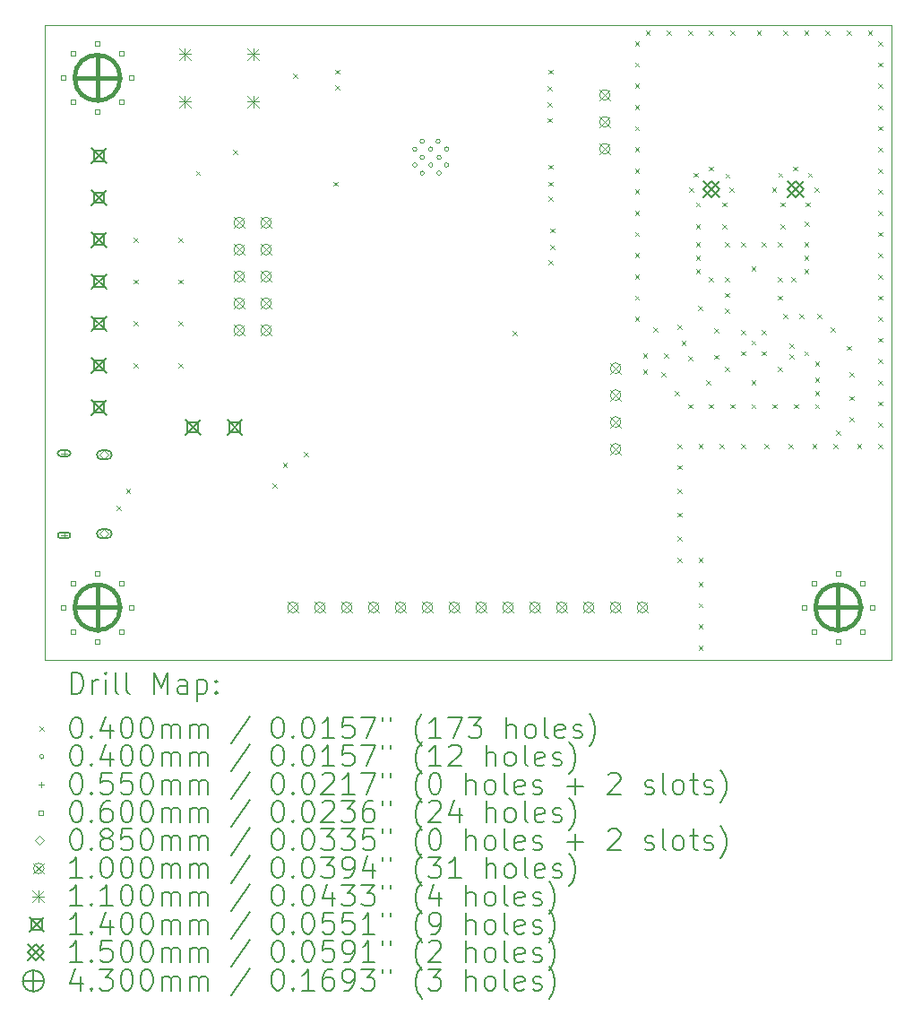
<source format=gbr>
%TF.GenerationSoftware,KiCad,Pcbnew,6.0.10+dfsg-2*%
%TF.CreationDate,2023-02-01T09:38:32-05:00*%
%TF.ProjectId,ParentsStove,50617265-6e74-4735-9374-6f76652e6b69,rev?*%
%TF.SameCoordinates,Original*%
%TF.FileFunction,Drillmap*%
%TF.FilePolarity,Positive*%
%FSLAX45Y45*%
G04 Gerber Fmt 4.5, Leading zero omitted, Abs format (unit mm)*
G04 Created by KiCad (PCBNEW 6.0.10+dfsg-2) date 2023-02-01 09:38:32*
%MOMM*%
%LPD*%
G01*
G04 APERTURE LIST*
%ADD10C,0.100000*%
%ADD11C,0.200000*%
%ADD12C,0.040000*%
%ADD13C,0.055000*%
%ADD14C,0.060000*%
%ADD15C,0.085000*%
%ADD16C,0.110000*%
%ADD17C,0.140000*%
%ADD18C,0.150000*%
%ADD19C,0.430000*%
G04 APERTURE END LIST*
D10*
X18500000Y-8000000D02*
X18500000Y-14000000D01*
X10500000Y-8000000D02*
X18500000Y-8000000D01*
X10500000Y-14000000D02*
X10500000Y-8000000D01*
X18500000Y-14000000D02*
X10500000Y-14000000D01*
D11*
D12*
X11180000Y-12542500D02*
X11220000Y-12582500D01*
X11220000Y-12542500D02*
X11180000Y-12582500D01*
X11270000Y-12382500D02*
X11310000Y-12422500D01*
X11310000Y-12382500D02*
X11270000Y-12422500D01*
X11344000Y-10007600D02*
X11384000Y-10047600D01*
X11384000Y-10007600D02*
X11344000Y-10047600D01*
X11344000Y-10403600D02*
X11384000Y-10443600D01*
X11384000Y-10403600D02*
X11344000Y-10443600D01*
X11344000Y-10799600D02*
X11384000Y-10839600D01*
X11384000Y-10799600D02*
X11344000Y-10839600D01*
X11344000Y-11195600D02*
X11384000Y-11235600D01*
X11384000Y-11195600D02*
X11344000Y-11235600D01*
X11768375Y-10007600D02*
X11808375Y-10047600D01*
X11808375Y-10007600D02*
X11768375Y-10047600D01*
X11768375Y-10403600D02*
X11808375Y-10443600D01*
X11808375Y-10403600D02*
X11768375Y-10443600D01*
X11768375Y-10799600D02*
X11808375Y-10839600D01*
X11808375Y-10799600D02*
X11768375Y-10839600D01*
X11768375Y-11195600D02*
X11808375Y-11235600D01*
X11808375Y-11195600D02*
X11768375Y-11235600D01*
X11930000Y-9380000D02*
X11970000Y-9420000D01*
X11970000Y-9380000D02*
X11930000Y-9420000D01*
X12280000Y-9180000D02*
X12320000Y-9220000D01*
X12320000Y-9180000D02*
X12280000Y-9220000D01*
X12652500Y-12332500D02*
X12692500Y-12372500D01*
X12692500Y-12332500D02*
X12652500Y-12372500D01*
X12752500Y-12132500D02*
X12792500Y-12172500D01*
X12792500Y-12132500D02*
X12752500Y-12172500D01*
X12849000Y-8462500D02*
X12889000Y-8502500D01*
X12889000Y-8462500D02*
X12849000Y-8502500D01*
X12952500Y-12032500D02*
X12992500Y-12072500D01*
X12992500Y-12032500D02*
X12952500Y-12072500D01*
X13230000Y-9480000D02*
X13270000Y-9520000D01*
X13270000Y-9480000D02*
X13230000Y-9520000D01*
X13249000Y-8422500D02*
X13289000Y-8462500D01*
X13289000Y-8422500D02*
X13249000Y-8462500D01*
X13249000Y-8572500D02*
X13289000Y-8612500D01*
X13289000Y-8572500D02*
X13249000Y-8612500D01*
X14924000Y-10887500D02*
X14964000Y-10927500D01*
X14964000Y-10887500D02*
X14924000Y-10927500D01*
X15255000Y-8580000D02*
X15295000Y-8620000D01*
X15295000Y-8580000D02*
X15255000Y-8620000D01*
X15255000Y-8730000D02*
X15295000Y-8770000D01*
X15295000Y-8730000D02*
X15255000Y-8770000D01*
X15255000Y-8880000D02*
X15295000Y-8920000D01*
X15295000Y-8880000D02*
X15255000Y-8920000D01*
X15260000Y-9320000D02*
X15300000Y-9360000D01*
X15300000Y-9320000D02*
X15260000Y-9360000D01*
X15260000Y-9480000D02*
X15300000Y-9520000D01*
X15300000Y-9480000D02*
X15260000Y-9520000D01*
X15260000Y-9620000D02*
X15300000Y-9660000D01*
X15300000Y-9620000D02*
X15260000Y-9660000D01*
X15260000Y-10220000D02*
X15300000Y-10260000D01*
X15300000Y-10220000D02*
X15260000Y-10260000D01*
X15261500Y-8422500D02*
X15301500Y-8462500D01*
X15301500Y-8422500D02*
X15261500Y-8462500D01*
X15280000Y-9920000D02*
X15320000Y-9960000D01*
X15320000Y-9920000D02*
X15280000Y-9960000D01*
X15280000Y-10080000D02*
X15320000Y-10120000D01*
X15320000Y-10080000D02*
X15280000Y-10120000D01*
X16080000Y-8155000D02*
X16120000Y-8195000D01*
X16120000Y-8155000D02*
X16080000Y-8195000D01*
X16080000Y-8355000D02*
X16120000Y-8395000D01*
X16120000Y-8355000D02*
X16080000Y-8395000D01*
X16080000Y-8555000D02*
X16120000Y-8595000D01*
X16120000Y-8555000D02*
X16080000Y-8595000D01*
X16080000Y-8755000D02*
X16120000Y-8795000D01*
X16120000Y-8755000D02*
X16080000Y-8795000D01*
X16080000Y-8955000D02*
X16120000Y-8995000D01*
X16120000Y-8955000D02*
X16080000Y-8995000D01*
X16080000Y-9155000D02*
X16120000Y-9195000D01*
X16120000Y-9155000D02*
X16080000Y-9195000D01*
X16080000Y-9355000D02*
X16120000Y-9395000D01*
X16120000Y-9355000D02*
X16080000Y-9395000D01*
X16080000Y-9555000D02*
X16120000Y-9595000D01*
X16120000Y-9555000D02*
X16080000Y-9595000D01*
X16080000Y-9755000D02*
X16120000Y-9795000D01*
X16120000Y-9755000D02*
X16080000Y-9795000D01*
X16080000Y-9955000D02*
X16120000Y-9995000D01*
X16120000Y-9955000D02*
X16080000Y-9995000D01*
X16080000Y-10155000D02*
X16120000Y-10195000D01*
X16120000Y-10155000D02*
X16080000Y-10195000D01*
X16080000Y-10355000D02*
X16120000Y-10395000D01*
X16120000Y-10355000D02*
X16080000Y-10395000D01*
X16080000Y-10555000D02*
X16120000Y-10595000D01*
X16120000Y-10555000D02*
X16080000Y-10595000D01*
X16080000Y-10755000D02*
X16120000Y-10795000D01*
X16120000Y-10755000D02*
X16080000Y-10795000D01*
X16155000Y-11105000D02*
X16195000Y-11145000D01*
X16195000Y-11105000D02*
X16155000Y-11145000D01*
X16155000Y-11255000D02*
X16195000Y-11295000D01*
X16195000Y-11255000D02*
X16155000Y-11295000D01*
X16180000Y-8055000D02*
X16220000Y-8095000D01*
X16220000Y-8055000D02*
X16180000Y-8095000D01*
X16255000Y-10855000D02*
X16295000Y-10895000D01*
X16295000Y-10855000D02*
X16255000Y-10895000D01*
X16330000Y-11280000D02*
X16370000Y-11320000D01*
X16370000Y-11280000D02*
X16330000Y-11320000D01*
X16355000Y-11105000D02*
X16395000Y-11145000D01*
X16395000Y-11105000D02*
X16355000Y-11145000D01*
X16380000Y-8055000D02*
X16420000Y-8095000D01*
X16420000Y-8055000D02*
X16380000Y-8095000D01*
X16455000Y-11455000D02*
X16495000Y-11495000D01*
X16495000Y-11455000D02*
X16455000Y-11495000D01*
X16480000Y-10830000D02*
X16520000Y-10870000D01*
X16520000Y-10830000D02*
X16480000Y-10870000D01*
X16480000Y-11955000D02*
X16520000Y-11995000D01*
X16520000Y-11955000D02*
X16480000Y-11995000D01*
X16480000Y-12155000D02*
X16520000Y-12195000D01*
X16520000Y-12155000D02*
X16480000Y-12195000D01*
X16480000Y-12380000D02*
X16520000Y-12420000D01*
X16520000Y-12380000D02*
X16480000Y-12420000D01*
X16480000Y-12605000D02*
X16520000Y-12645000D01*
X16520000Y-12605000D02*
X16480000Y-12645000D01*
X16480000Y-12830000D02*
X16520000Y-12870000D01*
X16520000Y-12830000D02*
X16480000Y-12870000D01*
X16480000Y-13030000D02*
X16520000Y-13070000D01*
X16520000Y-13030000D02*
X16480000Y-13070000D01*
X16520000Y-10985000D02*
X16560000Y-11025000D01*
X16560000Y-10985000D02*
X16520000Y-11025000D01*
X16580000Y-8055000D02*
X16620000Y-8095000D01*
X16620000Y-8055000D02*
X16580000Y-8095000D01*
X16580000Y-11130000D02*
X16620000Y-11170000D01*
X16620000Y-11130000D02*
X16580000Y-11170000D01*
X16580000Y-11580000D02*
X16620000Y-11620000D01*
X16620000Y-11580000D02*
X16580000Y-11620000D01*
X16594000Y-9535600D02*
X16634000Y-9575600D01*
X16634000Y-9535600D02*
X16594000Y-9575600D01*
X16634000Y-9395600D02*
X16674000Y-9435600D01*
X16674000Y-9395600D02*
X16634000Y-9435600D01*
X16655000Y-9675600D02*
X16695000Y-9715600D01*
X16695000Y-9675600D02*
X16655000Y-9715600D01*
X16655000Y-9880000D02*
X16695000Y-9920000D01*
X16695000Y-9880000D02*
X16655000Y-9920000D01*
X16655000Y-10055000D02*
X16695000Y-10095000D01*
X16695000Y-10055000D02*
X16655000Y-10095000D01*
X16655000Y-10180000D02*
X16695000Y-10220000D01*
X16695000Y-10180000D02*
X16655000Y-10220000D01*
X16655000Y-10305000D02*
X16695000Y-10345000D01*
X16695000Y-10305000D02*
X16655000Y-10345000D01*
X16673800Y-10651800D02*
X16713800Y-10691800D01*
X16713800Y-10651800D02*
X16673800Y-10691800D01*
X16680000Y-11955000D02*
X16720000Y-11995000D01*
X16720000Y-11955000D02*
X16680000Y-11995000D01*
X16680000Y-13030000D02*
X16720000Y-13070000D01*
X16720000Y-13030000D02*
X16680000Y-13070000D01*
X16680000Y-13260000D02*
X16720000Y-13300000D01*
X16720000Y-13260000D02*
X16680000Y-13300000D01*
X16680000Y-13460000D02*
X16720000Y-13500000D01*
X16720000Y-13460000D02*
X16680000Y-13500000D01*
X16680000Y-13660000D02*
X16720000Y-13700000D01*
X16720000Y-13660000D02*
X16680000Y-13700000D01*
X16680000Y-13860000D02*
X16720000Y-13900000D01*
X16720000Y-13860000D02*
X16680000Y-13900000D01*
X16755000Y-11355000D02*
X16795000Y-11395000D01*
X16795000Y-11355000D02*
X16755000Y-11395000D01*
X16780000Y-8055000D02*
X16820000Y-8095000D01*
X16820000Y-8055000D02*
X16780000Y-8095000D01*
X16780000Y-9335600D02*
X16820000Y-9375600D01*
X16820000Y-9335600D02*
X16780000Y-9375600D01*
X16780000Y-10380000D02*
X16820000Y-10420000D01*
X16820000Y-10380000D02*
X16780000Y-10420000D01*
X16780000Y-11580000D02*
X16820000Y-11620000D01*
X16820000Y-11580000D02*
X16780000Y-11620000D01*
X16828750Y-10865000D02*
X16868750Y-10905000D01*
X16868750Y-10865000D02*
X16828750Y-10905000D01*
X16828750Y-11115000D02*
X16868750Y-11155000D01*
X16868750Y-11115000D02*
X16828750Y-11155000D01*
X16880000Y-11955000D02*
X16920000Y-11995000D01*
X16920000Y-11955000D02*
X16880000Y-11995000D01*
X16905000Y-9675600D02*
X16945000Y-9715600D01*
X16945000Y-9675600D02*
X16905000Y-9715600D01*
X16905000Y-9880000D02*
X16945000Y-9920000D01*
X16945000Y-9880000D02*
X16905000Y-9920000D01*
X16930000Y-10055000D02*
X16970000Y-10095000D01*
X16970000Y-10055000D02*
X16930000Y-10095000D01*
X16930000Y-10380000D02*
X16970000Y-10420000D01*
X16970000Y-10380000D02*
X16930000Y-10420000D01*
X16930000Y-10530000D02*
X16970000Y-10570000D01*
X16970000Y-10530000D02*
X16930000Y-10570000D01*
X16930000Y-10680000D02*
X16970000Y-10720000D01*
X16970000Y-10680000D02*
X16930000Y-10720000D01*
X16930000Y-11230000D02*
X16970000Y-11270000D01*
X16970000Y-11230000D02*
X16930000Y-11270000D01*
X16934000Y-9405000D02*
X16974000Y-9445000D01*
X16974000Y-9405000D02*
X16934000Y-9445000D01*
X16974000Y-9535600D02*
X17014000Y-9575600D01*
X17014000Y-9535600D02*
X16974000Y-9575600D01*
X16980000Y-8055000D02*
X17020000Y-8095000D01*
X17020000Y-8055000D02*
X16980000Y-8095000D01*
X16980000Y-11580000D02*
X17020000Y-11620000D01*
X17020000Y-11580000D02*
X16980000Y-11620000D01*
X17080000Y-10055000D02*
X17120000Y-10095000D01*
X17120000Y-10055000D02*
X17080000Y-10095000D01*
X17080000Y-10880000D02*
X17120000Y-10920000D01*
X17120000Y-10880000D02*
X17080000Y-10920000D01*
X17080000Y-11080000D02*
X17120000Y-11120000D01*
X17120000Y-11080000D02*
X17080000Y-11120000D01*
X17080000Y-11955000D02*
X17120000Y-11995000D01*
X17120000Y-11955000D02*
X17080000Y-11995000D01*
X17180000Y-10280000D02*
X17220000Y-10320000D01*
X17220000Y-10280000D02*
X17180000Y-10320000D01*
X17180000Y-10980000D02*
X17220000Y-11020000D01*
X17220000Y-10980000D02*
X17180000Y-11020000D01*
X17180000Y-11355000D02*
X17220000Y-11395000D01*
X17220000Y-11355000D02*
X17180000Y-11395000D01*
X17180000Y-11580000D02*
X17220000Y-11620000D01*
X17220000Y-11580000D02*
X17180000Y-11620000D01*
X17230000Y-8055000D02*
X17270000Y-8095000D01*
X17270000Y-8055000D02*
X17230000Y-8095000D01*
X17280000Y-10055000D02*
X17320000Y-10095000D01*
X17320000Y-10055000D02*
X17280000Y-10095000D01*
X17280000Y-10880000D02*
X17320000Y-10920000D01*
X17320000Y-10880000D02*
X17280000Y-10920000D01*
X17280000Y-11080000D02*
X17320000Y-11120000D01*
X17320000Y-11080000D02*
X17280000Y-11120000D01*
X17305000Y-11955000D02*
X17345000Y-11995000D01*
X17345000Y-11955000D02*
X17305000Y-11995000D01*
X17374000Y-9535600D02*
X17414000Y-9575600D01*
X17414000Y-9535600D02*
X17374000Y-9575600D01*
X17380000Y-11580000D02*
X17420000Y-11620000D01*
X17420000Y-11580000D02*
X17380000Y-11620000D01*
X17430000Y-10055000D02*
X17470000Y-10095000D01*
X17470000Y-10055000D02*
X17430000Y-10095000D01*
X17430000Y-10380000D02*
X17470000Y-10420000D01*
X17470000Y-10380000D02*
X17430000Y-10420000D01*
X17430000Y-10555000D02*
X17470000Y-10595000D01*
X17470000Y-10555000D02*
X17430000Y-10595000D01*
X17430000Y-11230000D02*
X17470000Y-11270000D01*
X17470000Y-11230000D02*
X17430000Y-11270000D01*
X17434000Y-9395600D02*
X17474000Y-9435600D01*
X17474000Y-9395600D02*
X17434000Y-9435600D01*
X17454000Y-9675600D02*
X17494000Y-9715600D01*
X17494000Y-9675600D02*
X17454000Y-9715600D01*
X17455000Y-9880000D02*
X17495000Y-9920000D01*
X17495000Y-9880000D02*
X17455000Y-9920000D01*
X17480000Y-8055000D02*
X17520000Y-8095000D01*
X17520000Y-8055000D02*
X17480000Y-8095000D01*
X17480000Y-10730000D02*
X17520000Y-10770000D01*
X17520000Y-10730000D02*
X17480000Y-10770000D01*
X17530000Y-11955000D02*
X17570000Y-11995000D01*
X17570000Y-11955000D02*
X17530000Y-11995000D01*
X17537400Y-11007400D02*
X17577400Y-11047400D01*
X17577400Y-11007400D02*
X17537400Y-11047400D01*
X17537400Y-11109000D02*
X17577400Y-11149000D01*
X17577400Y-11109000D02*
X17537400Y-11149000D01*
X17555000Y-10380000D02*
X17595000Y-10420000D01*
X17595000Y-10380000D02*
X17555000Y-10420000D01*
X17574000Y-9335600D02*
X17614000Y-9375600D01*
X17614000Y-9335600D02*
X17574000Y-9375600D01*
X17580000Y-11580000D02*
X17620000Y-11620000D01*
X17620000Y-11580000D02*
X17580000Y-11620000D01*
X17630000Y-10730000D02*
X17670000Y-10770000D01*
X17670000Y-10730000D02*
X17630000Y-10770000D01*
X17680000Y-8055000D02*
X17720000Y-8095000D01*
X17720000Y-8055000D02*
X17680000Y-8095000D01*
X17680000Y-10055000D02*
X17720000Y-10095000D01*
X17720000Y-10055000D02*
X17680000Y-10095000D01*
X17680000Y-10180000D02*
X17720000Y-10220000D01*
X17720000Y-10180000D02*
X17680000Y-10220000D01*
X17680000Y-10305000D02*
X17720000Y-10345000D01*
X17720000Y-10305000D02*
X17680000Y-10345000D01*
X17680000Y-11080000D02*
X17720000Y-11120000D01*
X17720000Y-11080000D02*
X17680000Y-11120000D01*
X17685000Y-9855000D02*
X17725000Y-9895000D01*
X17725000Y-9855000D02*
X17685000Y-9895000D01*
X17694000Y-9675600D02*
X17734000Y-9715600D01*
X17734000Y-9675600D02*
X17694000Y-9715600D01*
X17714000Y-9395600D02*
X17754000Y-9435600D01*
X17754000Y-9395600D02*
X17714000Y-9435600D01*
X17755000Y-11955000D02*
X17795000Y-11995000D01*
X17795000Y-11955000D02*
X17755000Y-11995000D01*
X17774000Y-9535600D02*
X17814000Y-9575600D01*
X17814000Y-9535600D02*
X17774000Y-9575600D01*
X17780000Y-11180000D02*
X17820000Y-11220000D01*
X17820000Y-11180000D02*
X17780000Y-11220000D01*
X17780000Y-11330000D02*
X17820000Y-11370000D01*
X17820000Y-11330000D02*
X17780000Y-11370000D01*
X17780000Y-11455000D02*
X17820000Y-11495000D01*
X17820000Y-11455000D02*
X17780000Y-11495000D01*
X17780000Y-11580000D02*
X17820000Y-11620000D01*
X17820000Y-11580000D02*
X17780000Y-11620000D01*
X17805000Y-10730000D02*
X17845000Y-10770000D01*
X17845000Y-10730000D02*
X17805000Y-10770000D01*
X17880000Y-8055000D02*
X17920000Y-8095000D01*
X17920000Y-8055000D02*
X17880000Y-8095000D01*
X17930000Y-10855000D02*
X17970000Y-10895000D01*
X17970000Y-10855000D02*
X17930000Y-10895000D01*
X17955000Y-11955000D02*
X17995000Y-11995000D01*
X17995000Y-11955000D02*
X17955000Y-11995000D01*
X17980000Y-11830000D02*
X18020000Y-11870000D01*
X18020000Y-11830000D02*
X17980000Y-11870000D01*
X18080000Y-8055000D02*
X18120000Y-8095000D01*
X18120000Y-8055000D02*
X18080000Y-8095000D01*
X18080000Y-11030000D02*
X18120000Y-11070000D01*
X18120000Y-11030000D02*
X18080000Y-11070000D01*
X18105000Y-11280000D02*
X18145000Y-11320000D01*
X18145000Y-11280000D02*
X18105000Y-11320000D01*
X18105000Y-11505000D02*
X18145000Y-11545000D01*
X18145000Y-11505000D02*
X18105000Y-11545000D01*
X18105000Y-11705000D02*
X18145000Y-11745000D01*
X18145000Y-11705000D02*
X18105000Y-11745000D01*
X18180000Y-11955000D02*
X18220000Y-11995000D01*
X18220000Y-11955000D02*
X18180000Y-11995000D01*
X18280000Y-8055000D02*
X18320000Y-8095000D01*
X18320000Y-8055000D02*
X18280000Y-8095000D01*
X18380000Y-8155000D02*
X18420000Y-8195000D01*
X18420000Y-8155000D02*
X18380000Y-8195000D01*
X18380000Y-8355000D02*
X18420000Y-8395000D01*
X18420000Y-8355000D02*
X18380000Y-8395000D01*
X18380000Y-8555000D02*
X18420000Y-8595000D01*
X18420000Y-8555000D02*
X18380000Y-8595000D01*
X18380000Y-8755000D02*
X18420000Y-8795000D01*
X18420000Y-8755000D02*
X18380000Y-8795000D01*
X18380000Y-8955000D02*
X18420000Y-8995000D01*
X18420000Y-8955000D02*
X18380000Y-8995000D01*
X18380000Y-9155000D02*
X18420000Y-9195000D01*
X18420000Y-9155000D02*
X18380000Y-9195000D01*
X18380000Y-9355000D02*
X18420000Y-9395000D01*
X18420000Y-9355000D02*
X18380000Y-9395000D01*
X18380000Y-9555000D02*
X18420000Y-9595000D01*
X18420000Y-9555000D02*
X18380000Y-9595000D01*
X18380000Y-9755000D02*
X18420000Y-9795000D01*
X18420000Y-9755000D02*
X18380000Y-9795000D01*
X18380000Y-9955000D02*
X18420000Y-9995000D01*
X18420000Y-9955000D02*
X18380000Y-9995000D01*
X18380000Y-10155000D02*
X18420000Y-10195000D01*
X18420000Y-10155000D02*
X18380000Y-10195000D01*
X18380000Y-10355000D02*
X18420000Y-10395000D01*
X18420000Y-10355000D02*
X18380000Y-10395000D01*
X18380000Y-10555000D02*
X18420000Y-10595000D01*
X18420000Y-10555000D02*
X18380000Y-10595000D01*
X18380000Y-10755000D02*
X18420000Y-10795000D01*
X18420000Y-10755000D02*
X18380000Y-10795000D01*
X18380000Y-10955000D02*
X18420000Y-10995000D01*
X18420000Y-10955000D02*
X18380000Y-10995000D01*
X18380000Y-11155000D02*
X18420000Y-11195000D01*
X18420000Y-11155000D02*
X18380000Y-11195000D01*
X18380000Y-11355000D02*
X18420000Y-11395000D01*
X18420000Y-11355000D02*
X18380000Y-11395000D01*
X18380000Y-11555000D02*
X18420000Y-11595000D01*
X18420000Y-11555000D02*
X18380000Y-11595000D01*
X18380000Y-11755000D02*
X18420000Y-11795000D01*
X18420000Y-11755000D02*
X18380000Y-11795000D01*
X18380000Y-11955000D02*
X18420000Y-11995000D01*
X18420000Y-11955000D02*
X18380000Y-11995000D01*
X14019000Y-9172500D02*
G75*
G03*
X14019000Y-9172500I-20000J0D01*
G01*
X14019000Y-9322500D02*
G75*
G03*
X14019000Y-9322500I-20000J0D01*
G01*
X14089000Y-9100000D02*
G75*
G03*
X14089000Y-9100000I-20000J0D01*
G01*
X14089000Y-9252500D02*
G75*
G03*
X14089000Y-9252500I-20000J0D01*
G01*
X14089000Y-9400000D02*
G75*
G03*
X14089000Y-9400000I-20000J0D01*
G01*
X14169000Y-9172500D02*
G75*
G03*
X14169000Y-9172500I-20000J0D01*
G01*
X14170000Y-9322500D02*
G75*
G03*
X14170000Y-9322500I-20000J0D01*
G01*
X14239000Y-9100000D02*
G75*
G03*
X14239000Y-9100000I-20000J0D01*
G01*
X14249000Y-9252500D02*
G75*
G03*
X14249000Y-9252500I-20000J0D01*
G01*
X14249000Y-9400000D02*
G75*
G03*
X14249000Y-9400000I-20000J0D01*
G01*
X14318720Y-9323180D02*
G75*
G03*
X14318720Y-9323180I-20000J0D01*
G01*
X14319000Y-9172500D02*
G75*
G03*
X14319000Y-9172500I-20000J0D01*
G01*
D13*
X10685000Y-12017500D02*
X10685000Y-12072500D01*
X10657500Y-12045000D02*
X10712500Y-12045000D01*
D11*
X10717500Y-12017500D02*
X10652500Y-12017500D01*
X10717500Y-12072500D02*
X10652500Y-12072500D01*
X10652500Y-12017500D02*
G75*
G03*
X10652500Y-12072500I0J-27500D01*
G01*
X10717500Y-12072500D02*
G75*
G03*
X10717500Y-12017500I0J27500D01*
G01*
D13*
X10685000Y-12792500D02*
X10685000Y-12847500D01*
X10657500Y-12820000D02*
X10712500Y-12820000D01*
D11*
X10717500Y-12792500D02*
X10652500Y-12792500D01*
X10717500Y-12847500D02*
X10652500Y-12847500D01*
X10652500Y-12792500D02*
G75*
G03*
X10652500Y-12847500I0J-27500D01*
G01*
X10717500Y-12847500D02*
G75*
G03*
X10717500Y-12792500I0J27500D01*
G01*
D14*
X10698713Y-8521213D02*
X10698713Y-8478787D01*
X10656287Y-8478787D01*
X10656287Y-8521213D01*
X10698713Y-8521213D01*
X10698713Y-13521213D02*
X10698713Y-13478787D01*
X10656287Y-13478787D01*
X10656287Y-13521213D01*
X10698713Y-13521213D01*
X10793172Y-8293171D02*
X10793172Y-8250745D01*
X10750745Y-8250745D01*
X10750745Y-8293171D01*
X10793172Y-8293171D01*
X10793172Y-8749255D02*
X10793172Y-8706829D01*
X10750745Y-8706829D01*
X10750745Y-8749255D01*
X10793172Y-8749255D01*
X10793172Y-13293171D02*
X10793172Y-13250745D01*
X10750745Y-13250745D01*
X10750745Y-13293171D01*
X10793172Y-13293171D01*
X10793172Y-13749255D02*
X10793172Y-13706828D01*
X10750745Y-13706828D01*
X10750745Y-13749255D01*
X10793172Y-13749255D01*
X11021213Y-8198713D02*
X11021213Y-8156287D01*
X10978787Y-8156287D01*
X10978787Y-8198713D01*
X11021213Y-8198713D01*
X11021213Y-8843713D02*
X11021213Y-8801287D01*
X10978787Y-8801287D01*
X10978787Y-8843713D01*
X11021213Y-8843713D01*
X11021213Y-13198713D02*
X11021213Y-13156287D01*
X10978787Y-13156287D01*
X10978787Y-13198713D01*
X11021213Y-13198713D01*
X11021213Y-13843713D02*
X11021213Y-13801287D01*
X10978787Y-13801287D01*
X10978787Y-13843713D01*
X11021213Y-13843713D01*
X11249255Y-8293171D02*
X11249255Y-8250745D01*
X11206828Y-8250745D01*
X11206828Y-8293171D01*
X11249255Y-8293171D01*
X11249255Y-8749255D02*
X11249255Y-8706829D01*
X11206828Y-8706829D01*
X11206828Y-8749255D01*
X11249255Y-8749255D01*
X11249255Y-13293171D02*
X11249255Y-13250745D01*
X11206828Y-13250745D01*
X11206828Y-13293171D01*
X11249255Y-13293171D01*
X11249255Y-13749255D02*
X11249255Y-13706828D01*
X11206828Y-13706828D01*
X11206828Y-13749255D01*
X11249255Y-13749255D01*
X11343713Y-8521213D02*
X11343713Y-8478787D01*
X11301287Y-8478787D01*
X11301287Y-8521213D01*
X11343713Y-8521213D01*
X11343713Y-13521213D02*
X11343713Y-13478787D01*
X11301287Y-13478787D01*
X11301287Y-13521213D01*
X11343713Y-13521213D01*
X17698713Y-13521213D02*
X17698713Y-13478787D01*
X17656287Y-13478787D01*
X17656287Y-13521213D01*
X17698713Y-13521213D01*
X17793172Y-13293171D02*
X17793172Y-13250745D01*
X17750745Y-13250745D01*
X17750745Y-13293171D01*
X17793172Y-13293171D01*
X17793172Y-13749255D02*
X17793172Y-13706828D01*
X17750745Y-13706828D01*
X17750745Y-13749255D01*
X17793172Y-13749255D01*
X18021213Y-13198713D02*
X18021213Y-13156287D01*
X17978787Y-13156287D01*
X17978787Y-13198713D01*
X18021213Y-13198713D01*
X18021213Y-13843713D02*
X18021213Y-13801287D01*
X17978787Y-13801287D01*
X17978787Y-13843713D01*
X18021213Y-13843713D01*
X18249255Y-13293171D02*
X18249255Y-13250745D01*
X18206829Y-13250745D01*
X18206829Y-13293171D01*
X18249255Y-13293171D01*
X18249255Y-13749255D02*
X18249255Y-13706828D01*
X18206829Y-13706828D01*
X18206829Y-13749255D01*
X18249255Y-13749255D01*
X18343713Y-13521213D02*
X18343713Y-13478787D01*
X18301287Y-13478787D01*
X18301287Y-13521213D01*
X18343713Y-13521213D01*
D15*
X11065000Y-12102500D02*
X11107500Y-12060000D01*
X11065000Y-12017500D01*
X11022500Y-12060000D01*
X11065000Y-12102500D01*
D11*
X11092500Y-12017500D02*
X11037500Y-12017500D01*
X11092500Y-12102500D02*
X11037500Y-12102500D01*
X11037500Y-12017500D02*
G75*
G03*
X11037500Y-12102500I0J-42500D01*
G01*
X11092500Y-12102500D02*
G75*
G03*
X11092500Y-12017500I0J42500D01*
G01*
D15*
X11065000Y-12847500D02*
X11107500Y-12805000D01*
X11065000Y-12762500D01*
X11022500Y-12805000D01*
X11065000Y-12847500D01*
D11*
X11092500Y-12762500D02*
X11037500Y-12762500D01*
X11092500Y-12847500D02*
X11037500Y-12847500D01*
X11037500Y-12762500D02*
G75*
G03*
X11037500Y-12847500I0J-42500D01*
G01*
X11092500Y-12847500D02*
G75*
G03*
X11092500Y-12762500I0J42500D01*
G01*
D10*
X12290000Y-9817400D02*
X12390000Y-9917400D01*
X12390000Y-9817400D02*
X12290000Y-9917400D01*
X12390000Y-9867400D02*
G75*
G03*
X12390000Y-9867400I-50000J0D01*
G01*
X12290000Y-10071400D02*
X12390000Y-10171400D01*
X12390000Y-10071400D02*
X12290000Y-10171400D01*
X12390000Y-10121400D02*
G75*
G03*
X12390000Y-10121400I-50000J0D01*
G01*
X12290000Y-10325400D02*
X12390000Y-10425400D01*
X12390000Y-10325400D02*
X12290000Y-10425400D01*
X12390000Y-10375400D02*
G75*
G03*
X12390000Y-10375400I-50000J0D01*
G01*
X12290000Y-10579400D02*
X12390000Y-10679400D01*
X12390000Y-10579400D02*
X12290000Y-10679400D01*
X12390000Y-10629400D02*
G75*
G03*
X12390000Y-10629400I-50000J0D01*
G01*
X12290000Y-10833400D02*
X12390000Y-10933400D01*
X12390000Y-10833400D02*
X12290000Y-10933400D01*
X12390000Y-10883400D02*
G75*
G03*
X12390000Y-10883400I-50000J0D01*
G01*
X12544000Y-9817400D02*
X12644000Y-9917400D01*
X12644000Y-9817400D02*
X12544000Y-9917400D01*
X12644000Y-9867400D02*
G75*
G03*
X12644000Y-9867400I-50000J0D01*
G01*
X12544000Y-10071400D02*
X12644000Y-10171400D01*
X12644000Y-10071400D02*
X12544000Y-10171400D01*
X12644000Y-10121400D02*
G75*
G03*
X12644000Y-10121400I-50000J0D01*
G01*
X12544000Y-10325400D02*
X12644000Y-10425400D01*
X12644000Y-10325400D02*
X12544000Y-10425400D01*
X12644000Y-10375400D02*
G75*
G03*
X12644000Y-10375400I-50000J0D01*
G01*
X12544000Y-10579400D02*
X12644000Y-10679400D01*
X12644000Y-10579400D02*
X12544000Y-10679400D01*
X12644000Y-10629400D02*
G75*
G03*
X12644000Y-10629400I-50000J0D01*
G01*
X12544000Y-10833400D02*
X12644000Y-10933400D01*
X12644000Y-10833400D02*
X12544000Y-10933400D01*
X12644000Y-10883400D02*
G75*
G03*
X12644000Y-10883400I-50000J0D01*
G01*
X12798000Y-13450000D02*
X12898000Y-13550000D01*
X12898000Y-13450000D02*
X12798000Y-13550000D01*
X12898000Y-13500000D02*
G75*
G03*
X12898000Y-13500000I-50000J0D01*
G01*
X13052000Y-13450000D02*
X13152000Y-13550000D01*
X13152000Y-13450000D02*
X13052000Y-13550000D01*
X13152000Y-13500000D02*
G75*
G03*
X13152000Y-13500000I-50000J0D01*
G01*
X13306000Y-13450000D02*
X13406000Y-13550000D01*
X13406000Y-13450000D02*
X13306000Y-13550000D01*
X13406000Y-13500000D02*
G75*
G03*
X13406000Y-13500000I-50000J0D01*
G01*
X13560000Y-13450000D02*
X13660000Y-13550000D01*
X13660000Y-13450000D02*
X13560000Y-13550000D01*
X13660000Y-13500000D02*
G75*
G03*
X13660000Y-13500000I-50000J0D01*
G01*
X13814000Y-13450000D02*
X13914000Y-13550000D01*
X13914000Y-13450000D02*
X13814000Y-13550000D01*
X13914000Y-13500000D02*
G75*
G03*
X13914000Y-13500000I-50000J0D01*
G01*
X14068000Y-13450000D02*
X14168000Y-13550000D01*
X14168000Y-13450000D02*
X14068000Y-13550000D01*
X14168000Y-13500000D02*
G75*
G03*
X14168000Y-13500000I-50000J0D01*
G01*
X14322000Y-13450000D02*
X14422000Y-13550000D01*
X14422000Y-13450000D02*
X14322000Y-13550000D01*
X14422000Y-13500000D02*
G75*
G03*
X14422000Y-13500000I-50000J0D01*
G01*
X14576000Y-13450000D02*
X14676000Y-13550000D01*
X14676000Y-13450000D02*
X14576000Y-13550000D01*
X14676000Y-13500000D02*
G75*
G03*
X14676000Y-13500000I-50000J0D01*
G01*
X14830000Y-13450000D02*
X14930000Y-13550000D01*
X14930000Y-13450000D02*
X14830000Y-13550000D01*
X14930000Y-13500000D02*
G75*
G03*
X14930000Y-13500000I-50000J0D01*
G01*
X15084000Y-13450000D02*
X15184000Y-13550000D01*
X15184000Y-13450000D02*
X15084000Y-13550000D01*
X15184000Y-13500000D02*
G75*
G03*
X15184000Y-13500000I-50000J0D01*
G01*
X15338000Y-13450000D02*
X15438000Y-13550000D01*
X15438000Y-13450000D02*
X15338000Y-13550000D01*
X15438000Y-13500000D02*
G75*
G03*
X15438000Y-13500000I-50000J0D01*
G01*
X15592000Y-13450000D02*
X15692000Y-13550000D01*
X15692000Y-13450000D02*
X15592000Y-13550000D01*
X15692000Y-13500000D02*
G75*
G03*
X15692000Y-13500000I-50000J0D01*
G01*
X15745200Y-8612000D02*
X15845200Y-8712000D01*
X15845200Y-8612000D02*
X15745200Y-8712000D01*
X15845200Y-8662000D02*
G75*
G03*
X15845200Y-8662000I-50000J0D01*
G01*
X15745200Y-8866000D02*
X15845200Y-8966000D01*
X15845200Y-8866000D02*
X15745200Y-8966000D01*
X15845200Y-8916000D02*
G75*
G03*
X15845200Y-8916000I-50000J0D01*
G01*
X15745200Y-9120000D02*
X15845200Y-9220000D01*
X15845200Y-9120000D02*
X15745200Y-9220000D01*
X15845200Y-9170000D02*
G75*
G03*
X15845200Y-9170000I-50000J0D01*
G01*
X15846000Y-13450000D02*
X15946000Y-13550000D01*
X15946000Y-13450000D02*
X15846000Y-13550000D01*
X15946000Y-13500000D02*
G75*
G03*
X15946000Y-13500000I-50000J0D01*
G01*
X15846800Y-11192000D02*
X15946800Y-11292000D01*
X15946800Y-11192000D02*
X15846800Y-11292000D01*
X15946800Y-11242000D02*
G75*
G03*
X15946800Y-11242000I-50000J0D01*
G01*
X15846800Y-11446000D02*
X15946800Y-11546000D01*
X15946800Y-11446000D02*
X15846800Y-11546000D01*
X15946800Y-11496000D02*
G75*
G03*
X15946800Y-11496000I-50000J0D01*
G01*
X15846800Y-11700000D02*
X15946800Y-11800000D01*
X15946800Y-11700000D02*
X15846800Y-11800000D01*
X15946800Y-11750000D02*
G75*
G03*
X15946800Y-11750000I-50000J0D01*
G01*
X15846800Y-11954000D02*
X15946800Y-12054000D01*
X15946800Y-11954000D02*
X15846800Y-12054000D01*
X15946800Y-12004000D02*
G75*
G03*
X15946800Y-12004000I-50000J0D01*
G01*
X16100000Y-13450000D02*
X16200000Y-13550000D01*
X16200000Y-13450000D02*
X16100000Y-13550000D01*
X16200000Y-13500000D02*
G75*
G03*
X16200000Y-13500000I-50000J0D01*
G01*
D16*
X11770000Y-8220000D02*
X11880000Y-8330000D01*
X11880000Y-8220000D02*
X11770000Y-8330000D01*
X11825000Y-8220000D02*
X11825000Y-8330000D01*
X11770000Y-8275000D02*
X11880000Y-8275000D01*
X11770000Y-8670000D02*
X11880000Y-8780000D01*
X11880000Y-8670000D02*
X11770000Y-8780000D01*
X11825000Y-8670000D02*
X11825000Y-8780000D01*
X11770000Y-8725000D02*
X11880000Y-8725000D01*
X12420000Y-8220000D02*
X12530000Y-8330000D01*
X12530000Y-8220000D02*
X12420000Y-8330000D01*
X12475000Y-8220000D02*
X12475000Y-8330000D01*
X12420000Y-8275000D02*
X12530000Y-8275000D01*
X12420000Y-8670000D02*
X12530000Y-8780000D01*
X12530000Y-8670000D02*
X12420000Y-8780000D01*
X12475000Y-8670000D02*
X12475000Y-8780000D01*
X12420000Y-8725000D02*
X12530000Y-8725000D01*
D17*
X10944000Y-9165600D02*
X11084000Y-9305600D01*
X11084000Y-9165600D02*
X10944000Y-9305600D01*
X11063498Y-9285098D02*
X11063498Y-9186102D01*
X10964502Y-9186102D01*
X10964502Y-9285098D01*
X11063498Y-9285098D01*
X10944000Y-9561600D02*
X11084000Y-9701600D01*
X11084000Y-9561600D02*
X10944000Y-9701600D01*
X11063498Y-9681098D02*
X11063498Y-9582102D01*
X10964502Y-9582102D01*
X10964502Y-9681098D01*
X11063498Y-9681098D01*
X10944000Y-9957600D02*
X11084000Y-10097600D01*
X11084000Y-9957600D02*
X10944000Y-10097600D01*
X11063498Y-10077098D02*
X11063498Y-9978102D01*
X10964502Y-9978102D01*
X10964502Y-10077098D01*
X11063498Y-10077098D01*
X10944000Y-10353600D02*
X11084000Y-10493600D01*
X11084000Y-10353600D02*
X10944000Y-10493600D01*
X11063498Y-10473098D02*
X11063498Y-10374102D01*
X10964502Y-10374102D01*
X10964502Y-10473098D01*
X11063498Y-10473098D01*
X10944000Y-10749600D02*
X11084000Y-10889600D01*
X11084000Y-10749600D02*
X10944000Y-10889600D01*
X11063498Y-10869098D02*
X11063498Y-10770102D01*
X10964502Y-10770102D01*
X10964502Y-10869098D01*
X11063498Y-10869098D01*
X10944000Y-11145600D02*
X11084000Y-11285600D01*
X11084000Y-11145600D02*
X10944000Y-11285600D01*
X11063498Y-11265098D02*
X11063498Y-11166102D01*
X10964502Y-11166102D01*
X10964502Y-11265098D01*
X11063498Y-11265098D01*
X10944000Y-11541600D02*
X11084000Y-11681600D01*
X11084000Y-11541600D02*
X10944000Y-11681600D01*
X11063498Y-11661098D02*
X11063498Y-11562102D01*
X10964502Y-11562102D01*
X10964502Y-11661098D01*
X11063498Y-11661098D01*
X11832000Y-11728250D02*
X11972000Y-11868250D01*
X11972000Y-11728250D02*
X11832000Y-11868250D01*
X11951498Y-11847748D02*
X11951498Y-11748752D01*
X11852502Y-11748752D01*
X11852502Y-11847748D01*
X11951498Y-11847748D01*
X12228000Y-11728250D02*
X12368000Y-11868250D01*
X12368000Y-11728250D02*
X12228000Y-11868250D01*
X12347498Y-11847748D02*
X12347498Y-11748752D01*
X12248502Y-11748752D01*
X12248502Y-11847748D01*
X12347498Y-11847748D01*
D18*
X16730000Y-9475000D02*
X16880000Y-9625000D01*
X16880000Y-9475000D02*
X16730000Y-9625000D01*
X16805000Y-9625000D02*
X16880000Y-9550000D01*
X16805000Y-9475000D01*
X16730000Y-9550000D01*
X16805000Y-9625000D01*
X17520000Y-9475000D02*
X17670000Y-9625000D01*
X17670000Y-9475000D02*
X17520000Y-9625000D01*
X17595000Y-9625000D02*
X17670000Y-9550000D01*
X17595000Y-9475000D01*
X17520000Y-9550000D01*
X17595000Y-9625000D01*
D19*
X11000000Y-8285000D02*
X11000000Y-8715000D01*
X10785000Y-8500000D02*
X11215000Y-8500000D01*
X11215000Y-8500000D02*
G75*
G03*
X11215000Y-8500000I-215000J0D01*
G01*
X11000000Y-13285000D02*
X11000000Y-13715000D01*
X10785000Y-13500000D02*
X11215000Y-13500000D01*
X11215000Y-13500000D02*
G75*
G03*
X11215000Y-13500000I-215000J0D01*
G01*
X18000000Y-13285000D02*
X18000000Y-13715000D01*
X17785000Y-13500000D02*
X18215000Y-13500000D01*
X18215000Y-13500000D02*
G75*
G03*
X18215000Y-13500000I-215000J0D01*
G01*
D11*
X10752619Y-14315476D02*
X10752619Y-14115476D01*
X10800238Y-14115476D01*
X10828810Y-14125000D01*
X10847857Y-14144048D01*
X10857381Y-14163095D01*
X10866905Y-14201190D01*
X10866905Y-14229762D01*
X10857381Y-14267857D01*
X10847857Y-14286905D01*
X10828810Y-14305952D01*
X10800238Y-14315476D01*
X10752619Y-14315476D01*
X10952619Y-14315476D02*
X10952619Y-14182143D01*
X10952619Y-14220238D02*
X10962143Y-14201190D01*
X10971667Y-14191667D01*
X10990714Y-14182143D01*
X11009762Y-14182143D01*
X11076429Y-14315476D02*
X11076429Y-14182143D01*
X11076429Y-14115476D02*
X11066905Y-14125000D01*
X11076429Y-14134524D01*
X11085952Y-14125000D01*
X11076429Y-14115476D01*
X11076429Y-14134524D01*
X11200238Y-14315476D02*
X11181190Y-14305952D01*
X11171667Y-14286905D01*
X11171667Y-14115476D01*
X11305000Y-14315476D02*
X11285952Y-14305952D01*
X11276428Y-14286905D01*
X11276428Y-14115476D01*
X11533571Y-14315476D02*
X11533571Y-14115476D01*
X11600238Y-14258333D01*
X11666905Y-14115476D01*
X11666905Y-14315476D01*
X11847857Y-14315476D02*
X11847857Y-14210714D01*
X11838333Y-14191667D01*
X11819286Y-14182143D01*
X11781190Y-14182143D01*
X11762143Y-14191667D01*
X11847857Y-14305952D02*
X11828809Y-14315476D01*
X11781190Y-14315476D01*
X11762143Y-14305952D01*
X11752619Y-14286905D01*
X11752619Y-14267857D01*
X11762143Y-14248809D01*
X11781190Y-14239286D01*
X11828809Y-14239286D01*
X11847857Y-14229762D01*
X11943095Y-14182143D02*
X11943095Y-14382143D01*
X11943095Y-14191667D02*
X11962143Y-14182143D01*
X12000238Y-14182143D01*
X12019286Y-14191667D01*
X12028809Y-14201190D01*
X12038333Y-14220238D01*
X12038333Y-14277381D01*
X12028809Y-14296428D01*
X12019286Y-14305952D01*
X12000238Y-14315476D01*
X11962143Y-14315476D01*
X11943095Y-14305952D01*
X12124048Y-14296428D02*
X12133571Y-14305952D01*
X12124048Y-14315476D01*
X12114524Y-14305952D01*
X12124048Y-14296428D01*
X12124048Y-14315476D01*
X12124048Y-14191667D02*
X12133571Y-14201190D01*
X12124048Y-14210714D01*
X12114524Y-14201190D01*
X12124048Y-14191667D01*
X12124048Y-14210714D01*
D12*
X10455000Y-14625000D02*
X10495000Y-14665000D01*
X10495000Y-14625000D02*
X10455000Y-14665000D01*
D11*
X10790714Y-14535476D02*
X10809762Y-14535476D01*
X10828810Y-14545000D01*
X10838333Y-14554524D01*
X10847857Y-14573571D01*
X10857381Y-14611667D01*
X10857381Y-14659286D01*
X10847857Y-14697381D01*
X10838333Y-14716428D01*
X10828810Y-14725952D01*
X10809762Y-14735476D01*
X10790714Y-14735476D01*
X10771667Y-14725952D01*
X10762143Y-14716428D01*
X10752619Y-14697381D01*
X10743095Y-14659286D01*
X10743095Y-14611667D01*
X10752619Y-14573571D01*
X10762143Y-14554524D01*
X10771667Y-14545000D01*
X10790714Y-14535476D01*
X10943095Y-14716428D02*
X10952619Y-14725952D01*
X10943095Y-14735476D01*
X10933571Y-14725952D01*
X10943095Y-14716428D01*
X10943095Y-14735476D01*
X11124048Y-14602143D02*
X11124048Y-14735476D01*
X11076429Y-14525952D02*
X11028810Y-14668809D01*
X11152619Y-14668809D01*
X11266905Y-14535476D02*
X11285952Y-14535476D01*
X11305000Y-14545000D01*
X11314524Y-14554524D01*
X11324048Y-14573571D01*
X11333571Y-14611667D01*
X11333571Y-14659286D01*
X11324048Y-14697381D01*
X11314524Y-14716428D01*
X11305000Y-14725952D01*
X11285952Y-14735476D01*
X11266905Y-14735476D01*
X11247857Y-14725952D01*
X11238333Y-14716428D01*
X11228809Y-14697381D01*
X11219286Y-14659286D01*
X11219286Y-14611667D01*
X11228809Y-14573571D01*
X11238333Y-14554524D01*
X11247857Y-14545000D01*
X11266905Y-14535476D01*
X11457381Y-14535476D02*
X11476428Y-14535476D01*
X11495476Y-14545000D01*
X11505000Y-14554524D01*
X11514524Y-14573571D01*
X11524048Y-14611667D01*
X11524048Y-14659286D01*
X11514524Y-14697381D01*
X11505000Y-14716428D01*
X11495476Y-14725952D01*
X11476428Y-14735476D01*
X11457381Y-14735476D01*
X11438333Y-14725952D01*
X11428809Y-14716428D01*
X11419286Y-14697381D01*
X11409762Y-14659286D01*
X11409762Y-14611667D01*
X11419286Y-14573571D01*
X11428809Y-14554524D01*
X11438333Y-14545000D01*
X11457381Y-14535476D01*
X11609762Y-14735476D02*
X11609762Y-14602143D01*
X11609762Y-14621190D02*
X11619286Y-14611667D01*
X11638333Y-14602143D01*
X11666905Y-14602143D01*
X11685952Y-14611667D01*
X11695476Y-14630714D01*
X11695476Y-14735476D01*
X11695476Y-14630714D02*
X11705000Y-14611667D01*
X11724048Y-14602143D01*
X11752619Y-14602143D01*
X11771667Y-14611667D01*
X11781190Y-14630714D01*
X11781190Y-14735476D01*
X11876428Y-14735476D02*
X11876428Y-14602143D01*
X11876428Y-14621190D02*
X11885952Y-14611667D01*
X11905000Y-14602143D01*
X11933571Y-14602143D01*
X11952619Y-14611667D01*
X11962143Y-14630714D01*
X11962143Y-14735476D01*
X11962143Y-14630714D02*
X11971667Y-14611667D01*
X11990714Y-14602143D01*
X12019286Y-14602143D01*
X12038333Y-14611667D01*
X12047857Y-14630714D01*
X12047857Y-14735476D01*
X12438333Y-14525952D02*
X12266905Y-14783095D01*
X12695476Y-14535476D02*
X12714524Y-14535476D01*
X12733571Y-14545000D01*
X12743095Y-14554524D01*
X12752619Y-14573571D01*
X12762143Y-14611667D01*
X12762143Y-14659286D01*
X12752619Y-14697381D01*
X12743095Y-14716428D01*
X12733571Y-14725952D01*
X12714524Y-14735476D01*
X12695476Y-14735476D01*
X12676428Y-14725952D01*
X12666905Y-14716428D01*
X12657381Y-14697381D01*
X12647857Y-14659286D01*
X12647857Y-14611667D01*
X12657381Y-14573571D01*
X12666905Y-14554524D01*
X12676428Y-14545000D01*
X12695476Y-14535476D01*
X12847857Y-14716428D02*
X12857381Y-14725952D01*
X12847857Y-14735476D01*
X12838333Y-14725952D01*
X12847857Y-14716428D01*
X12847857Y-14735476D01*
X12981190Y-14535476D02*
X13000238Y-14535476D01*
X13019286Y-14545000D01*
X13028809Y-14554524D01*
X13038333Y-14573571D01*
X13047857Y-14611667D01*
X13047857Y-14659286D01*
X13038333Y-14697381D01*
X13028809Y-14716428D01*
X13019286Y-14725952D01*
X13000238Y-14735476D01*
X12981190Y-14735476D01*
X12962143Y-14725952D01*
X12952619Y-14716428D01*
X12943095Y-14697381D01*
X12933571Y-14659286D01*
X12933571Y-14611667D01*
X12943095Y-14573571D01*
X12952619Y-14554524D01*
X12962143Y-14545000D01*
X12981190Y-14535476D01*
X13238333Y-14735476D02*
X13124048Y-14735476D01*
X13181190Y-14735476D02*
X13181190Y-14535476D01*
X13162143Y-14564048D01*
X13143095Y-14583095D01*
X13124048Y-14592619D01*
X13419286Y-14535476D02*
X13324048Y-14535476D01*
X13314524Y-14630714D01*
X13324048Y-14621190D01*
X13343095Y-14611667D01*
X13390714Y-14611667D01*
X13409762Y-14621190D01*
X13419286Y-14630714D01*
X13428809Y-14649762D01*
X13428809Y-14697381D01*
X13419286Y-14716428D01*
X13409762Y-14725952D01*
X13390714Y-14735476D01*
X13343095Y-14735476D01*
X13324048Y-14725952D01*
X13314524Y-14716428D01*
X13495476Y-14535476D02*
X13628809Y-14535476D01*
X13543095Y-14735476D01*
X13695476Y-14535476D02*
X13695476Y-14573571D01*
X13771667Y-14535476D02*
X13771667Y-14573571D01*
X14066905Y-14811667D02*
X14057381Y-14802143D01*
X14038333Y-14773571D01*
X14028809Y-14754524D01*
X14019286Y-14725952D01*
X14009762Y-14678333D01*
X14009762Y-14640238D01*
X14019286Y-14592619D01*
X14028809Y-14564048D01*
X14038333Y-14545000D01*
X14057381Y-14516428D01*
X14066905Y-14506905D01*
X14247857Y-14735476D02*
X14133571Y-14735476D01*
X14190714Y-14735476D02*
X14190714Y-14535476D01*
X14171667Y-14564048D01*
X14152619Y-14583095D01*
X14133571Y-14592619D01*
X14314524Y-14535476D02*
X14447857Y-14535476D01*
X14362143Y-14735476D01*
X14505000Y-14535476D02*
X14628809Y-14535476D01*
X14562143Y-14611667D01*
X14590714Y-14611667D01*
X14609762Y-14621190D01*
X14619286Y-14630714D01*
X14628809Y-14649762D01*
X14628809Y-14697381D01*
X14619286Y-14716428D01*
X14609762Y-14725952D01*
X14590714Y-14735476D01*
X14533571Y-14735476D01*
X14514524Y-14725952D01*
X14505000Y-14716428D01*
X14866905Y-14735476D02*
X14866905Y-14535476D01*
X14952619Y-14735476D02*
X14952619Y-14630714D01*
X14943095Y-14611667D01*
X14924048Y-14602143D01*
X14895476Y-14602143D01*
X14876428Y-14611667D01*
X14866905Y-14621190D01*
X15076428Y-14735476D02*
X15057381Y-14725952D01*
X15047857Y-14716428D01*
X15038333Y-14697381D01*
X15038333Y-14640238D01*
X15047857Y-14621190D01*
X15057381Y-14611667D01*
X15076428Y-14602143D01*
X15105000Y-14602143D01*
X15124048Y-14611667D01*
X15133571Y-14621190D01*
X15143095Y-14640238D01*
X15143095Y-14697381D01*
X15133571Y-14716428D01*
X15124048Y-14725952D01*
X15105000Y-14735476D01*
X15076428Y-14735476D01*
X15257381Y-14735476D02*
X15238333Y-14725952D01*
X15228809Y-14706905D01*
X15228809Y-14535476D01*
X15409762Y-14725952D02*
X15390714Y-14735476D01*
X15352619Y-14735476D01*
X15333571Y-14725952D01*
X15324048Y-14706905D01*
X15324048Y-14630714D01*
X15333571Y-14611667D01*
X15352619Y-14602143D01*
X15390714Y-14602143D01*
X15409762Y-14611667D01*
X15419286Y-14630714D01*
X15419286Y-14649762D01*
X15324048Y-14668809D01*
X15495476Y-14725952D02*
X15514524Y-14735476D01*
X15552619Y-14735476D01*
X15571667Y-14725952D01*
X15581190Y-14706905D01*
X15581190Y-14697381D01*
X15571667Y-14678333D01*
X15552619Y-14668809D01*
X15524048Y-14668809D01*
X15505000Y-14659286D01*
X15495476Y-14640238D01*
X15495476Y-14630714D01*
X15505000Y-14611667D01*
X15524048Y-14602143D01*
X15552619Y-14602143D01*
X15571667Y-14611667D01*
X15647857Y-14811667D02*
X15657381Y-14802143D01*
X15676428Y-14773571D01*
X15685952Y-14754524D01*
X15695476Y-14725952D01*
X15705000Y-14678333D01*
X15705000Y-14640238D01*
X15695476Y-14592619D01*
X15685952Y-14564048D01*
X15676428Y-14545000D01*
X15657381Y-14516428D01*
X15647857Y-14506905D01*
D12*
X10495000Y-14909000D02*
G75*
G03*
X10495000Y-14909000I-20000J0D01*
G01*
D11*
X10790714Y-14799476D02*
X10809762Y-14799476D01*
X10828810Y-14809000D01*
X10838333Y-14818524D01*
X10847857Y-14837571D01*
X10857381Y-14875667D01*
X10857381Y-14923286D01*
X10847857Y-14961381D01*
X10838333Y-14980428D01*
X10828810Y-14989952D01*
X10809762Y-14999476D01*
X10790714Y-14999476D01*
X10771667Y-14989952D01*
X10762143Y-14980428D01*
X10752619Y-14961381D01*
X10743095Y-14923286D01*
X10743095Y-14875667D01*
X10752619Y-14837571D01*
X10762143Y-14818524D01*
X10771667Y-14809000D01*
X10790714Y-14799476D01*
X10943095Y-14980428D02*
X10952619Y-14989952D01*
X10943095Y-14999476D01*
X10933571Y-14989952D01*
X10943095Y-14980428D01*
X10943095Y-14999476D01*
X11124048Y-14866143D02*
X11124048Y-14999476D01*
X11076429Y-14789952D02*
X11028810Y-14932809D01*
X11152619Y-14932809D01*
X11266905Y-14799476D02*
X11285952Y-14799476D01*
X11305000Y-14809000D01*
X11314524Y-14818524D01*
X11324048Y-14837571D01*
X11333571Y-14875667D01*
X11333571Y-14923286D01*
X11324048Y-14961381D01*
X11314524Y-14980428D01*
X11305000Y-14989952D01*
X11285952Y-14999476D01*
X11266905Y-14999476D01*
X11247857Y-14989952D01*
X11238333Y-14980428D01*
X11228809Y-14961381D01*
X11219286Y-14923286D01*
X11219286Y-14875667D01*
X11228809Y-14837571D01*
X11238333Y-14818524D01*
X11247857Y-14809000D01*
X11266905Y-14799476D01*
X11457381Y-14799476D02*
X11476428Y-14799476D01*
X11495476Y-14809000D01*
X11505000Y-14818524D01*
X11514524Y-14837571D01*
X11524048Y-14875667D01*
X11524048Y-14923286D01*
X11514524Y-14961381D01*
X11505000Y-14980428D01*
X11495476Y-14989952D01*
X11476428Y-14999476D01*
X11457381Y-14999476D01*
X11438333Y-14989952D01*
X11428809Y-14980428D01*
X11419286Y-14961381D01*
X11409762Y-14923286D01*
X11409762Y-14875667D01*
X11419286Y-14837571D01*
X11428809Y-14818524D01*
X11438333Y-14809000D01*
X11457381Y-14799476D01*
X11609762Y-14999476D02*
X11609762Y-14866143D01*
X11609762Y-14885190D02*
X11619286Y-14875667D01*
X11638333Y-14866143D01*
X11666905Y-14866143D01*
X11685952Y-14875667D01*
X11695476Y-14894714D01*
X11695476Y-14999476D01*
X11695476Y-14894714D02*
X11705000Y-14875667D01*
X11724048Y-14866143D01*
X11752619Y-14866143D01*
X11771667Y-14875667D01*
X11781190Y-14894714D01*
X11781190Y-14999476D01*
X11876428Y-14999476D02*
X11876428Y-14866143D01*
X11876428Y-14885190D02*
X11885952Y-14875667D01*
X11905000Y-14866143D01*
X11933571Y-14866143D01*
X11952619Y-14875667D01*
X11962143Y-14894714D01*
X11962143Y-14999476D01*
X11962143Y-14894714D02*
X11971667Y-14875667D01*
X11990714Y-14866143D01*
X12019286Y-14866143D01*
X12038333Y-14875667D01*
X12047857Y-14894714D01*
X12047857Y-14999476D01*
X12438333Y-14789952D02*
X12266905Y-15047095D01*
X12695476Y-14799476D02*
X12714524Y-14799476D01*
X12733571Y-14809000D01*
X12743095Y-14818524D01*
X12752619Y-14837571D01*
X12762143Y-14875667D01*
X12762143Y-14923286D01*
X12752619Y-14961381D01*
X12743095Y-14980428D01*
X12733571Y-14989952D01*
X12714524Y-14999476D01*
X12695476Y-14999476D01*
X12676428Y-14989952D01*
X12666905Y-14980428D01*
X12657381Y-14961381D01*
X12647857Y-14923286D01*
X12647857Y-14875667D01*
X12657381Y-14837571D01*
X12666905Y-14818524D01*
X12676428Y-14809000D01*
X12695476Y-14799476D01*
X12847857Y-14980428D02*
X12857381Y-14989952D01*
X12847857Y-14999476D01*
X12838333Y-14989952D01*
X12847857Y-14980428D01*
X12847857Y-14999476D01*
X12981190Y-14799476D02*
X13000238Y-14799476D01*
X13019286Y-14809000D01*
X13028809Y-14818524D01*
X13038333Y-14837571D01*
X13047857Y-14875667D01*
X13047857Y-14923286D01*
X13038333Y-14961381D01*
X13028809Y-14980428D01*
X13019286Y-14989952D01*
X13000238Y-14999476D01*
X12981190Y-14999476D01*
X12962143Y-14989952D01*
X12952619Y-14980428D01*
X12943095Y-14961381D01*
X12933571Y-14923286D01*
X12933571Y-14875667D01*
X12943095Y-14837571D01*
X12952619Y-14818524D01*
X12962143Y-14809000D01*
X12981190Y-14799476D01*
X13238333Y-14999476D02*
X13124048Y-14999476D01*
X13181190Y-14999476D02*
X13181190Y-14799476D01*
X13162143Y-14828048D01*
X13143095Y-14847095D01*
X13124048Y-14856619D01*
X13419286Y-14799476D02*
X13324048Y-14799476D01*
X13314524Y-14894714D01*
X13324048Y-14885190D01*
X13343095Y-14875667D01*
X13390714Y-14875667D01*
X13409762Y-14885190D01*
X13419286Y-14894714D01*
X13428809Y-14913762D01*
X13428809Y-14961381D01*
X13419286Y-14980428D01*
X13409762Y-14989952D01*
X13390714Y-14999476D01*
X13343095Y-14999476D01*
X13324048Y-14989952D01*
X13314524Y-14980428D01*
X13495476Y-14799476D02*
X13628809Y-14799476D01*
X13543095Y-14999476D01*
X13695476Y-14799476D02*
X13695476Y-14837571D01*
X13771667Y-14799476D02*
X13771667Y-14837571D01*
X14066905Y-15075667D02*
X14057381Y-15066143D01*
X14038333Y-15037571D01*
X14028809Y-15018524D01*
X14019286Y-14989952D01*
X14009762Y-14942333D01*
X14009762Y-14904238D01*
X14019286Y-14856619D01*
X14028809Y-14828048D01*
X14038333Y-14809000D01*
X14057381Y-14780428D01*
X14066905Y-14770905D01*
X14247857Y-14999476D02*
X14133571Y-14999476D01*
X14190714Y-14999476D02*
X14190714Y-14799476D01*
X14171667Y-14828048D01*
X14152619Y-14847095D01*
X14133571Y-14856619D01*
X14324048Y-14818524D02*
X14333571Y-14809000D01*
X14352619Y-14799476D01*
X14400238Y-14799476D01*
X14419286Y-14809000D01*
X14428809Y-14818524D01*
X14438333Y-14837571D01*
X14438333Y-14856619D01*
X14428809Y-14885190D01*
X14314524Y-14999476D01*
X14438333Y-14999476D01*
X14676428Y-14999476D02*
X14676428Y-14799476D01*
X14762143Y-14999476D02*
X14762143Y-14894714D01*
X14752619Y-14875667D01*
X14733571Y-14866143D01*
X14705000Y-14866143D01*
X14685952Y-14875667D01*
X14676428Y-14885190D01*
X14885952Y-14999476D02*
X14866905Y-14989952D01*
X14857381Y-14980428D01*
X14847857Y-14961381D01*
X14847857Y-14904238D01*
X14857381Y-14885190D01*
X14866905Y-14875667D01*
X14885952Y-14866143D01*
X14914524Y-14866143D01*
X14933571Y-14875667D01*
X14943095Y-14885190D01*
X14952619Y-14904238D01*
X14952619Y-14961381D01*
X14943095Y-14980428D01*
X14933571Y-14989952D01*
X14914524Y-14999476D01*
X14885952Y-14999476D01*
X15066905Y-14999476D02*
X15047857Y-14989952D01*
X15038333Y-14970905D01*
X15038333Y-14799476D01*
X15219286Y-14989952D02*
X15200238Y-14999476D01*
X15162143Y-14999476D01*
X15143095Y-14989952D01*
X15133571Y-14970905D01*
X15133571Y-14894714D01*
X15143095Y-14875667D01*
X15162143Y-14866143D01*
X15200238Y-14866143D01*
X15219286Y-14875667D01*
X15228809Y-14894714D01*
X15228809Y-14913762D01*
X15133571Y-14932809D01*
X15305000Y-14989952D02*
X15324048Y-14999476D01*
X15362143Y-14999476D01*
X15381190Y-14989952D01*
X15390714Y-14970905D01*
X15390714Y-14961381D01*
X15381190Y-14942333D01*
X15362143Y-14932809D01*
X15333571Y-14932809D01*
X15314524Y-14923286D01*
X15305000Y-14904238D01*
X15305000Y-14894714D01*
X15314524Y-14875667D01*
X15333571Y-14866143D01*
X15362143Y-14866143D01*
X15381190Y-14875667D01*
X15457381Y-15075667D02*
X15466905Y-15066143D01*
X15485952Y-15037571D01*
X15495476Y-15018524D01*
X15505000Y-14989952D01*
X15514524Y-14942333D01*
X15514524Y-14904238D01*
X15505000Y-14856619D01*
X15495476Y-14828048D01*
X15485952Y-14809000D01*
X15466905Y-14780428D01*
X15457381Y-14770905D01*
D13*
X10467500Y-15145500D02*
X10467500Y-15200500D01*
X10440000Y-15173000D02*
X10495000Y-15173000D01*
D11*
X10790714Y-15063476D02*
X10809762Y-15063476D01*
X10828810Y-15073000D01*
X10838333Y-15082524D01*
X10847857Y-15101571D01*
X10857381Y-15139667D01*
X10857381Y-15187286D01*
X10847857Y-15225381D01*
X10838333Y-15244428D01*
X10828810Y-15253952D01*
X10809762Y-15263476D01*
X10790714Y-15263476D01*
X10771667Y-15253952D01*
X10762143Y-15244428D01*
X10752619Y-15225381D01*
X10743095Y-15187286D01*
X10743095Y-15139667D01*
X10752619Y-15101571D01*
X10762143Y-15082524D01*
X10771667Y-15073000D01*
X10790714Y-15063476D01*
X10943095Y-15244428D02*
X10952619Y-15253952D01*
X10943095Y-15263476D01*
X10933571Y-15253952D01*
X10943095Y-15244428D01*
X10943095Y-15263476D01*
X11133571Y-15063476D02*
X11038333Y-15063476D01*
X11028810Y-15158714D01*
X11038333Y-15149190D01*
X11057381Y-15139667D01*
X11105000Y-15139667D01*
X11124048Y-15149190D01*
X11133571Y-15158714D01*
X11143095Y-15177762D01*
X11143095Y-15225381D01*
X11133571Y-15244428D01*
X11124048Y-15253952D01*
X11105000Y-15263476D01*
X11057381Y-15263476D01*
X11038333Y-15253952D01*
X11028810Y-15244428D01*
X11324048Y-15063476D02*
X11228809Y-15063476D01*
X11219286Y-15158714D01*
X11228809Y-15149190D01*
X11247857Y-15139667D01*
X11295476Y-15139667D01*
X11314524Y-15149190D01*
X11324048Y-15158714D01*
X11333571Y-15177762D01*
X11333571Y-15225381D01*
X11324048Y-15244428D01*
X11314524Y-15253952D01*
X11295476Y-15263476D01*
X11247857Y-15263476D01*
X11228809Y-15253952D01*
X11219286Y-15244428D01*
X11457381Y-15063476D02*
X11476428Y-15063476D01*
X11495476Y-15073000D01*
X11505000Y-15082524D01*
X11514524Y-15101571D01*
X11524048Y-15139667D01*
X11524048Y-15187286D01*
X11514524Y-15225381D01*
X11505000Y-15244428D01*
X11495476Y-15253952D01*
X11476428Y-15263476D01*
X11457381Y-15263476D01*
X11438333Y-15253952D01*
X11428809Y-15244428D01*
X11419286Y-15225381D01*
X11409762Y-15187286D01*
X11409762Y-15139667D01*
X11419286Y-15101571D01*
X11428809Y-15082524D01*
X11438333Y-15073000D01*
X11457381Y-15063476D01*
X11609762Y-15263476D02*
X11609762Y-15130143D01*
X11609762Y-15149190D02*
X11619286Y-15139667D01*
X11638333Y-15130143D01*
X11666905Y-15130143D01*
X11685952Y-15139667D01*
X11695476Y-15158714D01*
X11695476Y-15263476D01*
X11695476Y-15158714D02*
X11705000Y-15139667D01*
X11724048Y-15130143D01*
X11752619Y-15130143D01*
X11771667Y-15139667D01*
X11781190Y-15158714D01*
X11781190Y-15263476D01*
X11876428Y-15263476D02*
X11876428Y-15130143D01*
X11876428Y-15149190D02*
X11885952Y-15139667D01*
X11905000Y-15130143D01*
X11933571Y-15130143D01*
X11952619Y-15139667D01*
X11962143Y-15158714D01*
X11962143Y-15263476D01*
X11962143Y-15158714D02*
X11971667Y-15139667D01*
X11990714Y-15130143D01*
X12019286Y-15130143D01*
X12038333Y-15139667D01*
X12047857Y-15158714D01*
X12047857Y-15263476D01*
X12438333Y-15053952D02*
X12266905Y-15311095D01*
X12695476Y-15063476D02*
X12714524Y-15063476D01*
X12733571Y-15073000D01*
X12743095Y-15082524D01*
X12752619Y-15101571D01*
X12762143Y-15139667D01*
X12762143Y-15187286D01*
X12752619Y-15225381D01*
X12743095Y-15244428D01*
X12733571Y-15253952D01*
X12714524Y-15263476D01*
X12695476Y-15263476D01*
X12676428Y-15253952D01*
X12666905Y-15244428D01*
X12657381Y-15225381D01*
X12647857Y-15187286D01*
X12647857Y-15139667D01*
X12657381Y-15101571D01*
X12666905Y-15082524D01*
X12676428Y-15073000D01*
X12695476Y-15063476D01*
X12847857Y-15244428D02*
X12857381Y-15253952D01*
X12847857Y-15263476D01*
X12838333Y-15253952D01*
X12847857Y-15244428D01*
X12847857Y-15263476D01*
X12981190Y-15063476D02*
X13000238Y-15063476D01*
X13019286Y-15073000D01*
X13028809Y-15082524D01*
X13038333Y-15101571D01*
X13047857Y-15139667D01*
X13047857Y-15187286D01*
X13038333Y-15225381D01*
X13028809Y-15244428D01*
X13019286Y-15253952D01*
X13000238Y-15263476D01*
X12981190Y-15263476D01*
X12962143Y-15253952D01*
X12952619Y-15244428D01*
X12943095Y-15225381D01*
X12933571Y-15187286D01*
X12933571Y-15139667D01*
X12943095Y-15101571D01*
X12952619Y-15082524D01*
X12962143Y-15073000D01*
X12981190Y-15063476D01*
X13124048Y-15082524D02*
X13133571Y-15073000D01*
X13152619Y-15063476D01*
X13200238Y-15063476D01*
X13219286Y-15073000D01*
X13228809Y-15082524D01*
X13238333Y-15101571D01*
X13238333Y-15120619D01*
X13228809Y-15149190D01*
X13114524Y-15263476D01*
X13238333Y-15263476D01*
X13428809Y-15263476D02*
X13314524Y-15263476D01*
X13371667Y-15263476D02*
X13371667Y-15063476D01*
X13352619Y-15092048D01*
X13333571Y-15111095D01*
X13314524Y-15120619D01*
X13495476Y-15063476D02*
X13628809Y-15063476D01*
X13543095Y-15263476D01*
X13695476Y-15063476D02*
X13695476Y-15101571D01*
X13771667Y-15063476D02*
X13771667Y-15101571D01*
X14066905Y-15339667D02*
X14057381Y-15330143D01*
X14038333Y-15301571D01*
X14028809Y-15282524D01*
X14019286Y-15253952D01*
X14009762Y-15206333D01*
X14009762Y-15168238D01*
X14019286Y-15120619D01*
X14028809Y-15092048D01*
X14038333Y-15073000D01*
X14057381Y-15044428D01*
X14066905Y-15034905D01*
X14181190Y-15063476D02*
X14200238Y-15063476D01*
X14219286Y-15073000D01*
X14228809Y-15082524D01*
X14238333Y-15101571D01*
X14247857Y-15139667D01*
X14247857Y-15187286D01*
X14238333Y-15225381D01*
X14228809Y-15244428D01*
X14219286Y-15253952D01*
X14200238Y-15263476D01*
X14181190Y-15263476D01*
X14162143Y-15253952D01*
X14152619Y-15244428D01*
X14143095Y-15225381D01*
X14133571Y-15187286D01*
X14133571Y-15139667D01*
X14143095Y-15101571D01*
X14152619Y-15082524D01*
X14162143Y-15073000D01*
X14181190Y-15063476D01*
X14485952Y-15263476D02*
X14485952Y-15063476D01*
X14571667Y-15263476D02*
X14571667Y-15158714D01*
X14562143Y-15139667D01*
X14543095Y-15130143D01*
X14514524Y-15130143D01*
X14495476Y-15139667D01*
X14485952Y-15149190D01*
X14695476Y-15263476D02*
X14676428Y-15253952D01*
X14666905Y-15244428D01*
X14657381Y-15225381D01*
X14657381Y-15168238D01*
X14666905Y-15149190D01*
X14676428Y-15139667D01*
X14695476Y-15130143D01*
X14724048Y-15130143D01*
X14743095Y-15139667D01*
X14752619Y-15149190D01*
X14762143Y-15168238D01*
X14762143Y-15225381D01*
X14752619Y-15244428D01*
X14743095Y-15253952D01*
X14724048Y-15263476D01*
X14695476Y-15263476D01*
X14876428Y-15263476D02*
X14857381Y-15253952D01*
X14847857Y-15234905D01*
X14847857Y-15063476D01*
X15028809Y-15253952D02*
X15009762Y-15263476D01*
X14971667Y-15263476D01*
X14952619Y-15253952D01*
X14943095Y-15234905D01*
X14943095Y-15158714D01*
X14952619Y-15139667D01*
X14971667Y-15130143D01*
X15009762Y-15130143D01*
X15028809Y-15139667D01*
X15038333Y-15158714D01*
X15038333Y-15177762D01*
X14943095Y-15196809D01*
X15114524Y-15253952D02*
X15133571Y-15263476D01*
X15171667Y-15263476D01*
X15190714Y-15253952D01*
X15200238Y-15234905D01*
X15200238Y-15225381D01*
X15190714Y-15206333D01*
X15171667Y-15196809D01*
X15143095Y-15196809D01*
X15124048Y-15187286D01*
X15114524Y-15168238D01*
X15114524Y-15158714D01*
X15124048Y-15139667D01*
X15143095Y-15130143D01*
X15171667Y-15130143D01*
X15190714Y-15139667D01*
X15438333Y-15187286D02*
X15590714Y-15187286D01*
X15514524Y-15263476D02*
X15514524Y-15111095D01*
X15828809Y-15082524D02*
X15838333Y-15073000D01*
X15857381Y-15063476D01*
X15905000Y-15063476D01*
X15924048Y-15073000D01*
X15933571Y-15082524D01*
X15943095Y-15101571D01*
X15943095Y-15120619D01*
X15933571Y-15149190D01*
X15819286Y-15263476D01*
X15943095Y-15263476D01*
X16171667Y-15253952D02*
X16190714Y-15263476D01*
X16228809Y-15263476D01*
X16247857Y-15253952D01*
X16257381Y-15234905D01*
X16257381Y-15225381D01*
X16247857Y-15206333D01*
X16228809Y-15196809D01*
X16200238Y-15196809D01*
X16181190Y-15187286D01*
X16171667Y-15168238D01*
X16171667Y-15158714D01*
X16181190Y-15139667D01*
X16200238Y-15130143D01*
X16228809Y-15130143D01*
X16247857Y-15139667D01*
X16371667Y-15263476D02*
X16352619Y-15253952D01*
X16343095Y-15234905D01*
X16343095Y-15063476D01*
X16476428Y-15263476D02*
X16457381Y-15253952D01*
X16447857Y-15244428D01*
X16438333Y-15225381D01*
X16438333Y-15168238D01*
X16447857Y-15149190D01*
X16457381Y-15139667D01*
X16476428Y-15130143D01*
X16505000Y-15130143D01*
X16524048Y-15139667D01*
X16533571Y-15149190D01*
X16543095Y-15168238D01*
X16543095Y-15225381D01*
X16533571Y-15244428D01*
X16524048Y-15253952D01*
X16505000Y-15263476D01*
X16476428Y-15263476D01*
X16600238Y-15130143D02*
X16676428Y-15130143D01*
X16628809Y-15063476D02*
X16628809Y-15234905D01*
X16638333Y-15253952D01*
X16657381Y-15263476D01*
X16676428Y-15263476D01*
X16733571Y-15253952D02*
X16752619Y-15263476D01*
X16790714Y-15263476D01*
X16809762Y-15253952D01*
X16819286Y-15234905D01*
X16819286Y-15225381D01*
X16809762Y-15206333D01*
X16790714Y-15196809D01*
X16762143Y-15196809D01*
X16743095Y-15187286D01*
X16733571Y-15168238D01*
X16733571Y-15158714D01*
X16743095Y-15139667D01*
X16762143Y-15130143D01*
X16790714Y-15130143D01*
X16809762Y-15139667D01*
X16885952Y-15339667D02*
X16895476Y-15330143D01*
X16914524Y-15301571D01*
X16924048Y-15282524D01*
X16933571Y-15253952D01*
X16943095Y-15206333D01*
X16943095Y-15168238D01*
X16933571Y-15120619D01*
X16924048Y-15092048D01*
X16914524Y-15073000D01*
X16895476Y-15044428D01*
X16885952Y-15034905D01*
D14*
X10486213Y-15458213D02*
X10486213Y-15415787D01*
X10443787Y-15415787D01*
X10443787Y-15458213D01*
X10486213Y-15458213D01*
D11*
X10790714Y-15327476D02*
X10809762Y-15327476D01*
X10828810Y-15337000D01*
X10838333Y-15346524D01*
X10847857Y-15365571D01*
X10857381Y-15403667D01*
X10857381Y-15451286D01*
X10847857Y-15489381D01*
X10838333Y-15508428D01*
X10828810Y-15517952D01*
X10809762Y-15527476D01*
X10790714Y-15527476D01*
X10771667Y-15517952D01*
X10762143Y-15508428D01*
X10752619Y-15489381D01*
X10743095Y-15451286D01*
X10743095Y-15403667D01*
X10752619Y-15365571D01*
X10762143Y-15346524D01*
X10771667Y-15337000D01*
X10790714Y-15327476D01*
X10943095Y-15508428D02*
X10952619Y-15517952D01*
X10943095Y-15527476D01*
X10933571Y-15517952D01*
X10943095Y-15508428D01*
X10943095Y-15527476D01*
X11124048Y-15327476D02*
X11085952Y-15327476D01*
X11066905Y-15337000D01*
X11057381Y-15346524D01*
X11038333Y-15375095D01*
X11028810Y-15413190D01*
X11028810Y-15489381D01*
X11038333Y-15508428D01*
X11047857Y-15517952D01*
X11066905Y-15527476D01*
X11105000Y-15527476D01*
X11124048Y-15517952D01*
X11133571Y-15508428D01*
X11143095Y-15489381D01*
X11143095Y-15441762D01*
X11133571Y-15422714D01*
X11124048Y-15413190D01*
X11105000Y-15403667D01*
X11066905Y-15403667D01*
X11047857Y-15413190D01*
X11038333Y-15422714D01*
X11028810Y-15441762D01*
X11266905Y-15327476D02*
X11285952Y-15327476D01*
X11305000Y-15337000D01*
X11314524Y-15346524D01*
X11324048Y-15365571D01*
X11333571Y-15403667D01*
X11333571Y-15451286D01*
X11324048Y-15489381D01*
X11314524Y-15508428D01*
X11305000Y-15517952D01*
X11285952Y-15527476D01*
X11266905Y-15527476D01*
X11247857Y-15517952D01*
X11238333Y-15508428D01*
X11228809Y-15489381D01*
X11219286Y-15451286D01*
X11219286Y-15403667D01*
X11228809Y-15365571D01*
X11238333Y-15346524D01*
X11247857Y-15337000D01*
X11266905Y-15327476D01*
X11457381Y-15327476D02*
X11476428Y-15327476D01*
X11495476Y-15337000D01*
X11505000Y-15346524D01*
X11514524Y-15365571D01*
X11524048Y-15403667D01*
X11524048Y-15451286D01*
X11514524Y-15489381D01*
X11505000Y-15508428D01*
X11495476Y-15517952D01*
X11476428Y-15527476D01*
X11457381Y-15527476D01*
X11438333Y-15517952D01*
X11428809Y-15508428D01*
X11419286Y-15489381D01*
X11409762Y-15451286D01*
X11409762Y-15403667D01*
X11419286Y-15365571D01*
X11428809Y-15346524D01*
X11438333Y-15337000D01*
X11457381Y-15327476D01*
X11609762Y-15527476D02*
X11609762Y-15394143D01*
X11609762Y-15413190D02*
X11619286Y-15403667D01*
X11638333Y-15394143D01*
X11666905Y-15394143D01*
X11685952Y-15403667D01*
X11695476Y-15422714D01*
X11695476Y-15527476D01*
X11695476Y-15422714D02*
X11705000Y-15403667D01*
X11724048Y-15394143D01*
X11752619Y-15394143D01*
X11771667Y-15403667D01*
X11781190Y-15422714D01*
X11781190Y-15527476D01*
X11876428Y-15527476D02*
X11876428Y-15394143D01*
X11876428Y-15413190D02*
X11885952Y-15403667D01*
X11905000Y-15394143D01*
X11933571Y-15394143D01*
X11952619Y-15403667D01*
X11962143Y-15422714D01*
X11962143Y-15527476D01*
X11962143Y-15422714D02*
X11971667Y-15403667D01*
X11990714Y-15394143D01*
X12019286Y-15394143D01*
X12038333Y-15403667D01*
X12047857Y-15422714D01*
X12047857Y-15527476D01*
X12438333Y-15317952D02*
X12266905Y-15575095D01*
X12695476Y-15327476D02*
X12714524Y-15327476D01*
X12733571Y-15337000D01*
X12743095Y-15346524D01*
X12752619Y-15365571D01*
X12762143Y-15403667D01*
X12762143Y-15451286D01*
X12752619Y-15489381D01*
X12743095Y-15508428D01*
X12733571Y-15517952D01*
X12714524Y-15527476D01*
X12695476Y-15527476D01*
X12676428Y-15517952D01*
X12666905Y-15508428D01*
X12657381Y-15489381D01*
X12647857Y-15451286D01*
X12647857Y-15403667D01*
X12657381Y-15365571D01*
X12666905Y-15346524D01*
X12676428Y-15337000D01*
X12695476Y-15327476D01*
X12847857Y-15508428D02*
X12857381Y-15517952D01*
X12847857Y-15527476D01*
X12838333Y-15517952D01*
X12847857Y-15508428D01*
X12847857Y-15527476D01*
X12981190Y-15327476D02*
X13000238Y-15327476D01*
X13019286Y-15337000D01*
X13028809Y-15346524D01*
X13038333Y-15365571D01*
X13047857Y-15403667D01*
X13047857Y-15451286D01*
X13038333Y-15489381D01*
X13028809Y-15508428D01*
X13019286Y-15517952D01*
X13000238Y-15527476D01*
X12981190Y-15527476D01*
X12962143Y-15517952D01*
X12952619Y-15508428D01*
X12943095Y-15489381D01*
X12933571Y-15451286D01*
X12933571Y-15403667D01*
X12943095Y-15365571D01*
X12952619Y-15346524D01*
X12962143Y-15337000D01*
X12981190Y-15327476D01*
X13124048Y-15346524D02*
X13133571Y-15337000D01*
X13152619Y-15327476D01*
X13200238Y-15327476D01*
X13219286Y-15337000D01*
X13228809Y-15346524D01*
X13238333Y-15365571D01*
X13238333Y-15384619D01*
X13228809Y-15413190D01*
X13114524Y-15527476D01*
X13238333Y-15527476D01*
X13305000Y-15327476D02*
X13428809Y-15327476D01*
X13362143Y-15403667D01*
X13390714Y-15403667D01*
X13409762Y-15413190D01*
X13419286Y-15422714D01*
X13428809Y-15441762D01*
X13428809Y-15489381D01*
X13419286Y-15508428D01*
X13409762Y-15517952D01*
X13390714Y-15527476D01*
X13333571Y-15527476D01*
X13314524Y-15517952D01*
X13305000Y-15508428D01*
X13600238Y-15327476D02*
X13562143Y-15327476D01*
X13543095Y-15337000D01*
X13533571Y-15346524D01*
X13514524Y-15375095D01*
X13505000Y-15413190D01*
X13505000Y-15489381D01*
X13514524Y-15508428D01*
X13524048Y-15517952D01*
X13543095Y-15527476D01*
X13581190Y-15527476D01*
X13600238Y-15517952D01*
X13609762Y-15508428D01*
X13619286Y-15489381D01*
X13619286Y-15441762D01*
X13609762Y-15422714D01*
X13600238Y-15413190D01*
X13581190Y-15403667D01*
X13543095Y-15403667D01*
X13524048Y-15413190D01*
X13514524Y-15422714D01*
X13505000Y-15441762D01*
X13695476Y-15327476D02*
X13695476Y-15365571D01*
X13771667Y-15327476D02*
X13771667Y-15365571D01*
X14066905Y-15603667D02*
X14057381Y-15594143D01*
X14038333Y-15565571D01*
X14028809Y-15546524D01*
X14019286Y-15517952D01*
X14009762Y-15470333D01*
X14009762Y-15432238D01*
X14019286Y-15384619D01*
X14028809Y-15356048D01*
X14038333Y-15337000D01*
X14057381Y-15308428D01*
X14066905Y-15298905D01*
X14133571Y-15346524D02*
X14143095Y-15337000D01*
X14162143Y-15327476D01*
X14209762Y-15327476D01*
X14228809Y-15337000D01*
X14238333Y-15346524D01*
X14247857Y-15365571D01*
X14247857Y-15384619D01*
X14238333Y-15413190D01*
X14124048Y-15527476D01*
X14247857Y-15527476D01*
X14419286Y-15394143D02*
X14419286Y-15527476D01*
X14371667Y-15317952D02*
X14324048Y-15460809D01*
X14447857Y-15460809D01*
X14676428Y-15527476D02*
X14676428Y-15327476D01*
X14762143Y-15527476D02*
X14762143Y-15422714D01*
X14752619Y-15403667D01*
X14733571Y-15394143D01*
X14705000Y-15394143D01*
X14685952Y-15403667D01*
X14676428Y-15413190D01*
X14885952Y-15527476D02*
X14866905Y-15517952D01*
X14857381Y-15508428D01*
X14847857Y-15489381D01*
X14847857Y-15432238D01*
X14857381Y-15413190D01*
X14866905Y-15403667D01*
X14885952Y-15394143D01*
X14914524Y-15394143D01*
X14933571Y-15403667D01*
X14943095Y-15413190D01*
X14952619Y-15432238D01*
X14952619Y-15489381D01*
X14943095Y-15508428D01*
X14933571Y-15517952D01*
X14914524Y-15527476D01*
X14885952Y-15527476D01*
X15066905Y-15527476D02*
X15047857Y-15517952D01*
X15038333Y-15498905D01*
X15038333Y-15327476D01*
X15219286Y-15517952D02*
X15200238Y-15527476D01*
X15162143Y-15527476D01*
X15143095Y-15517952D01*
X15133571Y-15498905D01*
X15133571Y-15422714D01*
X15143095Y-15403667D01*
X15162143Y-15394143D01*
X15200238Y-15394143D01*
X15219286Y-15403667D01*
X15228809Y-15422714D01*
X15228809Y-15441762D01*
X15133571Y-15460809D01*
X15305000Y-15517952D02*
X15324048Y-15527476D01*
X15362143Y-15527476D01*
X15381190Y-15517952D01*
X15390714Y-15498905D01*
X15390714Y-15489381D01*
X15381190Y-15470333D01*
X15362143Y-15460809D01*
X15333571Y-15460809D01*
X15314524Y-15451286D01*
X15305000Y-15432238D01*
X15305000Y-15422714D01*
X15314524Y-15403667D01*
X15333571Y-15394143D01*
X15362143Y-15394143D01*
X15381190Y-15403667D01*
X15457381Y-15603667D02*
X15466905Y-15594143D01*
X15485952Y-15565571D01*
X15495476Y-15546524D01*
X15505000Y-15517952D01*
X15514524Y-15470333D01*
X15514524Y-15432238D01*
X15505000Y-15384619D01*
X15495476Y-15356048D01*
X15485952Y-15337000D01*
X15466905Y-15308428D01*
X15457381Y-15298905D01*
D15*
X10452500Y-15743500D02*
X10495000Y-15701000D01*
X10452500Y-15658500D01*
X10410000Y-15701000D01*
X10452500Y-15743500D01*
D11*
X10790714Y-15591476D02*
X10809762Y-15591476D01*
X10828810Y-15601000D01*
X10838333Y-15610524D01*
X10847857Y-15629571D01*
X10857381Y-15667667D01*
X10857381Y-15715286D01*
X10847857Y-15753381D01*
X10838333Y-15772428D01*
X10828810Y-15781952D01*
X10809762Y-15791476D01*
X10790714Y-15791476D01*
X10771667Y-15781952D01*
X10762143Y-15772428D01*
X10752619Y-15753381D01*
X10743095Y-15715286D01*
X10743095Y-15667667D01*
X10752619Y-15629571D01*
X10762143Y-15610524D01*
X10771667Y-15601000D01*
X10790714Y-15591476D01*
X10943095Y-15772428D02*
X10952619Y-15781952D01*
X10943095Y-15791476D01*
X10933571Y-15781952D01*
X10943095Y-15772428D01*
X10943095Y-15791476D01*
X11066905Y-15677190D02*
X11047857Y-15667667D01*
X11038333Y-15658143D01*
X11028810Y-15639095D01*
X11028810Y-15629571D01*
X11038333Y-15610524D01*
X11047857Y-15601000D01*
X11066905Y-15591476D01*
X11105000Y-15591476D01*
X11124048Y-15601000D01*
X11133571Y-15610524D01*
X11143095Y-15629571D01*
X11143095Y-15639095D01*
X11133571Y-15658143D01*
X11124048Y-15667667D01*
X11105000Y-15677190D01*
X11066905Y-15677190D01*
X11047857Y-15686714D01*
X11038333Y-15696238D01*
X11028810Y-15715286D01*
X11028810Y-15753381D01*
X11038333Y-15772428D01*
X11047857Y-15781952D01*
X11066905Y-15791476D01*
X11105000Y-15791476D01*
X11124048Y-15781952D01*
X11133571Y-15772428D01*
X11143095Y-15753381D01*
X11143095Y-15715286D01*
X11133571Y-15696238D01*
X11124048Y-15686714D01*
X11105000Y-15677190D01*
X11324048Y-15591476D02*
X11228809Y-15591476D01*
X11219286Y-15686714D01*
X11228809Y-15677190D01*
X11247857Y-15667667D01*
X11295476Y-15667667D01*
X11314524Y-15677190D01*
X11324048Y-15686714D01*
X11333571Y-15705762D01*
X11333571Y-15753381D01*
X11324048Y-15772428D01*
X11314524Y-15781952D01*
X11295476Y-15791476D01*
X11247857Y-15791476D01*
X11228809Y-15781952D01*
X11219286Y-15772428D01*
X11457381Y-15591476D02*
X11476428Y-15591476D01*
X11495476Y-15601000D01*
X11505000Y-15610524D01*
X11514524Y-15629571D01*
X11524048Y-15667667D01*
X11524048Y-15715286D01*
X11514524Y-15753381D01*
X11505000Y-15772428D01*
X11495476Y-15781952D01*
X11476428Y-15791476D01*
X11457381Y-15791476D01*
X11438333Y-15781952D01*
X11428809Y-15772428D01*
X11419286Y-15753381D01*
X11409762Y-15715286D01*
X11409762Y-15667667D01*
X11419286Y-15629571D01*
X11428809Y-15610524D01*
X11438333Y-15601000D01*
X11457381Y-15591476D01*
X11609762Y-15791476D02*
X11609762Y-15658143D01*
X11609762Y-15677190D02*
X11619286Y-15667667D01*
X11638333Y-15658143D01*
X11666905Y-15658143D01*
X11685952Y-15667667D01*
X11695476Y-15686714D01*
X11695476Y-15791476D01*
X11695476Y-15686714D02*
X11705000Y-15667667D01*
X11724048Y-15658143D01*
X11752619Y-15658143D01*
X11771667Y-15667667D01*
X11781190Y-15686714D01*
X11781190Y-15791476D01*
X11876428Y-15791476D02*
X11876428Y-15658143D01*
X11876428Y-15677190D02*
X11885952Y-15667667D01*
X11905000Y-15658143D01*
X11933571Y-15658143D01*
X11952619Y-15667667D01*
X11962143Y-15686714D01*
X11962143Y-15791476D01*
X11962143Y-15686714D02*
X11971667Y-15667667D01*
X11990714Y-15658143D01*
X12019286Y-15658143D01*
X12038333Y-15667667D01*
X12047857Y-15686714D01*
X12047857Y-15791476D01*
X12438333Y-15581952D02*
X12266905Y-15839095D01*
X12695476Y-15591476D02*
X12714524Y-15591476D01*
X12733571Y-15601000D01*
X12743095Y-15610524D01*
X12752619Y-15629571D01*
X12762143Y-15667667D01*
X12762143Y-15715286D01*
X12752619Y-15753381D01*
X12743095Y-15772428D01*
X12733571Y-15781952D01*
X12714524Y-15791476D01*
X12695476Y-15791476D01*
X12676428Y-15781952D01*
X12666905Y-15772428D01*
X12657381Y-15753381D01*
X12647857Y-15715286D01*
X12647857Y-15667667D01*
X12657381Y-15629571D01*
X12666905Y-15610524D01*
X12676428Y-15601000D01*
X12695476Y-15591476D01*
X12847857Y-15772428D02*
X12857381Y-15781952D01*
X12847857Y-15791476D01*
X12838333Y-15781952D01*
X12847857Y-15772428D01*
X12847857Y-15791476D01*
X12981190Y-15591476D02*
X13000238Y-15591476D01*
X13019286Y-15601000D01*
X13028809Y-15610524D01*
X13038333Y-15629571D01*
X13047857Y-15667667D01*
X13047857Y-15715286D01*
X13038333Y-15753381D01*
X13028809Y-15772428D01*
X13019286Y-15781952D01*
X13000238Y-15791476D01*
X12981190Y-15791476D01*
X12962143Y-15781952D01*
X12952619Y-15772428D01*
X12943095Y-15753381D01*
X12933571Y-15715286D01*
X12933571Y-15667667D01*
X12943095Y-15629571D01*
X12952619Y-15610524D01*
X12962143Y-15601000D01*
X12981190Y-15591476D01*
X13114524Y-15591476D02*
X13238333Y-15591476D01*
X13171667Y-15667667D01*
X13200238Y-15667667D01*
X13219286Y-15677190D01*
X13228809Y-15686714D01*
X13238333Y-15705762D01*
X13238333Y-15753381D01*
X13228809Y-15772428D01*
X13219286Y-15781952D01*
X13200238Y-15791476D01*
X13143095Y-15791476D01*
X13124048Y-15781952D01*
X13114524Y-15772428D01*
X13305000Y-15591476D02*
X13428809Y-15591476D01*
X13362143Y-15667667D01*
X13390714Y-15667667D01*
X13409762Y-15677190D01*
X13419286Y-15686714D01*
X13428809Y-15705762D01*
X13428809Y-15753381D01*
X13419286Y-15772428D01*
X13409762Y-15781952D01*
X13390714Y-15791476D01*
X13333571Y-15791476D01*
X13314524Y-15781952D01*
X13305000Y-15772428D01*
X13609762Y-15591476D02*
X13514524Y-15591476D01*
X13505000Y-15686714D01*
X13514524Y-15677190D01*
X13533571Y-15667667D01*
X13581190Y-15667667D01*
X13600238Y-15677190D01*
X13609762Y-15686714D01*
X13619286Y-15705762D01*
X13619286Y-15753381D01*
X13609762Y-15772428D01*
X13600238Y-15781952D01*
X13581190Y-15791476D01*
X13533571Y-15791476D01*
X13514524Y-15781952D01*
X13505000Y-15772428D01*
X13695476Y-15591476D02*
X13695476Y-15629571D01*
X13771667Y-15591476D02*
X13771667Y-15629571D01*
X14066905Y-15867667D02*
X14057381Y-15858143D01*
X14038333Y-15829571D01*
X14028809Y-15810524D01*
X14019286Y-15781952D01*
X14009762Y-15734333D01*
X14009762Y-15696238D01*
X14019286Y-15648619D01*
X14028809Y-15620048D01*
X14038333Y-15601000D01*
X14057381Y-15572428D01*
X14066905Y-15562905D01*
X14181190Y-15591476D02*
X14200238Y-15591476D01*
X14219286Y-15601000D01*
X14228809Y-15610524D01*
X14238333Y-15629571D01*
X14247857Y-15667667D01*
X14247857Y-15715286D01*
X14238333Y-15753381D01*
X14228809Y-15772428D01*
X14219286Y-15781952D01*
X14200238Y-15791476D01*
X14181190Y-15791476D01*
X14162143Y-15781952D01*
X14152619Y-15772428D01*
X14143095Y-15753381D01*
X14133571Y-15715286D01*
X14133571Y-15667667D01*
X14143095Y-15629571D01*
X14152619Y-15610524D01*
X14162143Y-15601000D01*
X14181190Y-15591476D01*
X14485952Y-15791476D02*
X14485952Y-15591476D01*
X14571667Y-15791476D02*
X14571667Y-15686714D01*
X14562143Y-15667667D01*
X14543095Y-15658143D01*
X14514524Y-15658143D01*
X14495476Y-15667667D01*
X14485952Y-15677190D01*
X14695476Y-15791476D02*
X14676428Y-15781952D01*
X14666905Y-15772428D01*
X14657381Y-15753381D01*
X14657381Y-15696238D01*
X14666905Y-15677190D01*
X14676428Y-15667667D01*
X14695476Y-15658143D01*
X14724048Y-15658143D01*
X14743095Y-15667667D01*
X14752619Y-15677190D01*
X14762143Y-15696238D01*
X14762143Y-15753381D01*
X14752619Y-15772428D01*
X14743095Y-15781952D01*
X14724048Y-15791476D01*
X14695476Y-15791476D01*
X14876428Y-15791476D02*
X14857381Y-15781952D01*
X14847857Y-15762905D01*
X14847857Y-15591476D01*
X15028809Y-15781952D02*
X15009762Y-15791476D01*
X14971667Y-15791476D01*
X14952619Y-15781952D01*
X14943095Y-15762905D01*
X14943095Y-15686714D01*
X14952619Y-15667667D01*
X14971667Y-15658143D01*
X15009762Y-15658143D01*
X15028809Y-15667667D01*
X15038333Y-15686714D01*
X15038333Y-15705762D01*
X14943095Y-15724809D01*
X15114524Y-15781952D02*
X15133571Y-15791476D01*
X15171667Y-15791476D01*
X15190714Y-15781952D01*
X15200238Y-15762905D01*
X15200238Y-15753381D01*
X15190714Y-15734333D01*
X15171667Y-15724809D01*
X15143095Y-15724809D01*
X15124048Y-15715286D01*
X15114524Y-15696238D01*
X15114524Y-15686714D01*
X15124048Y-15667667D01*
X15143095Y-15658143D01*
X15171667Y-15658143D01*
X15190714Y-15667667D01*
X15438333Y-15715286D02*
X15590714Y-15715286D01*
X15514524Y-15791476D02*
X15514524Y-15639095D01*
X15828809Y-15610524D02*
X15838333Y-15601000D01*
X15857381Y-15591476D01*
X15905000Y-15591476D01*
X15924048Y-15601000D01*
X15933571Y-15610524D01*
X15943095Y-15629571D01*
X15943095Y-15648619D01*
X15933571Y-15677190D01*
X15819286Y-15791476D01*
X15943095Y-15791476D01*
X16171667Y-15781952D02*
X16190714Y-15791476D01*
X16228809Y-15791476D01*
X16247857Y-15781952D01*
X16257381Y-15762905D01*
X16257381Y-15753381D01*
X16247857Y-15734333D01*
X16228809Y-15724809D01*
X16200238Y-15724809D01*
X16181190Y-15715286D01*
X16171667Y-15696238D01*
X16171667Y-15686714D01*
X16181190Y-15667667D01*
X16200238Y-15658143D01*
X16228809Y-15658143D01*
X16247857Y-15667667D01*
X16371667Y-15791476D02*
X16352619Y-15781952D01*
X16343095Y-15762905D01*
X16343095Y-15591476D01*
X16476428Y-15791476D02*
X16457381Y-15781952D01*
X16447857Y-15772428D01*
X16438333Y-15753381D01*
X16438333Y-15696238D01*
X16447857Y-15677190D01*
X16457381Y-15667667D01*
X16476428Y-15658143D01*
X16505000Y-15658143D01*
X16524048Y-15667667D01*
X16533571Y-15677190D01*
X16543095Y-15696238D01*
X16543095Y-15753381D01*
X16533571Y-15772428D01*
X16524048Y-15781952D01*
X16505000Y-15791476D01*
X16476428Y-15791476D01*
X16600238Y-15658143D02*
X16676428Y-15658143D01*
X16628809Y-15591476D02*
X16628809Y-15762905D01*
X16638333Y-15781952D01*
X16657381Y-15791476D01*
X16676428Y-15791476D01*
X16733571Y-15781952D02*
X16752619Y-15791476D01*
X16790714Y-15791476D01*
X16809762Y-15781952D01*
X16819286Y-15762905D01*
X16819286Y-15753381D01*
X16809762Y-15734333D01*
X16790714Y-15724809D01*
X16762143Y-15724809D01*
X16743095Y-15715286D01*
X16733571Y-15696238D01*
X16733571Y-15686714D01*
X16743095Y-15667667D01*
X16762143Y-15658143D01*
X16790714Y-15658143D01*
X16809762Y-15667667D01*
X16885952Y-15867667D02*
X16895476Y-15858143D01*
X16914524Y-15829571D01*
X16924048Y-15810524D01*
X16933571Y-15781952D01*
X16943095Y-15734333D01*
X16943095Y-15696238D01*
X16933571Y-15648619D01*
X16924048Y-15620048D01*
X16914524Y-15601000D01*
X16895476Y-15572428D01*
X16885952Y-15562905D01*
D10*
X10395000Y-15915000D02*
X10495000Y-16015000D01*
X10495000Y-15915000D02*
X10395000Y-16015000D01*
X10495000Y-15965000D02*
G75*
G03*
X10495000Y-15965000I-50000J0D01*
G01*
D11*
X10857381Y-16055476D02*
X10743095Y-16055476D01*
X10800238Y-16055476D02*
X10800238Y-15855476D01*
X10781190Y-15884048D01*
X10762143Y-15903095D01*
X10743095Y-15912619D01*
X10943095Y-16036428D02*
X10952619Y-16045952D01*
X10943095Y-16055476D01*
X10933571Y-16045952D01*
X10943095Y-16036428D01*
X10943095Y-16055476D01*
X11076429Y-15855476D02*
X11095476Y-15855476D01*
X11114524Y-15865000D01*
X11124048Y-15874524D01*
X11133571Y-15893571D01*
X11143095Y-15931667D01*
X11143095Y-15979286D01*
X11133571Y-16017381D01*
X11124048Y-16036428D01*
X11114524Y-16045952D01*
X11095476Y-16055476D01*
X11076429Y-16055476D01*
X11057381Y-16045952D01*
X11047857Y-16036428D01*
X11038333Y-16017381D01*
X11028810Y-15979286D01*
X11028810Y-15931667D01*
X11038333Y-15893571D01*
X11047857Y-15874524D01*
X11057381Y-15865000D01*
X11076429Y-15855476D01*
X11266905Y-15855476D02*
X11285952Y-15855476D01*
X11305000Y-15865000D01*
X11314524Y-15874524D01*
X11324048Y-15893571D01*
X11333571Y-15931667D01*
X11333571Y-15979286D01*
X11324048Y-16017381D01*
X11314524Y-16036428D01*
X11305000Y-16045952D01*
X11285952Y-16055476D01*
X11266905Y-16055476D01*
X11247857Y-16045952D01*
X11238333Y-16036428D01*
X11228809Y-16017381D01*
X11219286Y-15979286D01*
X11219286Y-15931667D01*
X11228809Y-15893571D01*
X11238333Y-15874524D01*
X11247857Y-15865000D01*
X11266905Y-15855476D01*
X11457381Y-15855476D02*
X11476428Y-15855476D01*
X11495476Y-15865000D01*
X11505000Y-15874524D01*
X11514524Y-15893571D01*
X11524048Y-15931667D01*
X11524048Y-15979286D01*
X11514524Y-16017381D01*
X11505000Y-16036428D01*
X11495476Y-16045952D01*
X11476428Y-16055476D01*
X11457381Y-16055476D01*
X11438333Y-16045952D01*
X11428809Y-16036428D01*
X11419286Y-16017381D01*
X11409762Y-15979286D01*
X11409762Y-15931667D01*
X11419286Y-15893571D01*
X11428809Y-15874524D01*
X11438333Y-15865000D01*
X11457381Y-15855476D01*
X11609762Y-16055476D02*
X11609762Y-15922143D01*
X11609762Y-15941190D02*
X11619286Y-15931667D01*
X11638333Y-15922143D01*
X11666905Y-15922143D01*
X11685952Y-15931667D01*
X11695476Y-15950714D01*
X11695476Y-16055476D01*
X11695476Y-15950714D02*
X11705000Y-15931667D01*
X11724048Y-15922143D01*
X11752619Y-15922143D01*
X11771667Y-15931667D01*
X11781190Y-15950714D01*
X11781190Y-16055476D01*
X11876428Y-16055476D02*
X11876428Y-15922143D01*
X11876428Y-15941190D02*
X11885952Y-15931667D01*
X11905000Y-15922143D01*
X11933571Y-15922143D01*
X11952619Y-15931667D01*
X11962143Y-15950714D01*
X11962143Y-16055476D01*
X11962143Y-15950714D02*
X11971667Y-15931667D01*
X11990714Y-15922143D01*
X12019286Y-15922143D01*
X12038333Y-15931667D01*
X12047857Y-15950714D01*
X12047857Y-16055476D01*
X12438333Y-15845952D02*
X12266905Y-16103095D01*
X12695476Y-15855476D02*
X12714524Y-15855476D01*
X12733571Y-15865000D01*
X12743095Y-15874524D01*
X12752619Y-15893571D01*
X12762143Y-15931667D01*
X12762143Y-15979286D01*
X12752619Y-16017381D01*
X12743095Y-16036428D01*
X12733571Y-16045952D01*
X12714524Y-16055476D01*
X12695476Y-16055476D01*
X12676428Y-16045952D01*
X12666905Y-16036428D01*
X12657381Y-16017381D01*
X12647857Y-15979286D01*
X12647857Y-15931667D01*
X12657381Y-15893571D01*
X12666905Y-15874524D01*
X12676428Y-15865000D01*
X12695476Y-15855476D01*
X12847857Y-16036428D02*
X12857381Y-16045952D01*
X12847857Y-16055476D01*
X12838333Y-16045952D01*
X12847857Y-16036428D01*
X12847857Y-16055476D01*
X12981190Y-15855476D02*
X13000238Y-15855476D01*
X13019286Y-15865000D01*
X13028809Y-15874524D01*
X13038333Y-15893571D01*
X13047857Y-15931667D01*
X13047857Y-15979286D01*
X13038333Y-16017381D01*
X13028809Y-16036428D01*
X13019286Y-16045952D01*
X13000238Y-16055476D01*
X12981190Y-16055476D01*
X12962143Y-16045952D01*
X12952619Y-16036428D01*
X12943095Y-16017381D01*
X12933571Y-15979286D01*
X12933571Y-15931667D01*
X12943095Y-15893571D01*
X12952619Y-15874524D01*
X12962143Y-15865000D01*
X12981190Y-15855476D01*
X13114524Y-15855476D02*
X13238333Y-15855476D01*
X13171667Y-15931667D01*
X13200238Y-15931667D01*
X13219286Y-15941190D01*
X13228809Y-15950714D01*
X13238333Y-15969762D01*
X13238333Y-16017381D01*
X13228809Y-16036428D01*
X13219286Y-16045952D01*
X13200238Y-16055476D01*
X13143095Y-16055476D01*
X13124048Y-16045952D01*
X13114524Y-16036428D01*
X13333571Y-16055476D02*
X13371667Y-16055476D01*
X13390714Y-16045952D01*
X13400238Y-16036428D01*
X13419286Y-16007857D01*
X13428809Y-15969762D01*
X13428809Y-15893571D01*
X13419286Y-15874524D01*
X13409762Y-15865000D01*
X13390714Y-15855476D01*
X13352619Y-15855476D01*
X13333571Y-15865000D01*
X13324048Y-15874524D01*
X13314524Y-15893571D01*
X13314524Y-15941190D01*
X13324048Y-15960238D01*
X13333571Y-15969762D01*
X13352619Y-15979286D01*
X13390714Y-15979286D01*
X13409762Y-15969762D01*
X13419286Y-15960238D01*
X13428809Y-15941190D01*
X13600238Y-15922143D02*
X13600238Y-16055476D01*
X13552619Y-15845952D02*
X13505000Y-15988809D01*
X13628809Y-15988809D01*
X13695476Y-15855476D02*
X13695476Y-15893571D01*
X13771667Y-15855476D02*
X13771667Y-15893571D01*
X14066905Y-16131667D02*
X14057381Y-16122143D01*
X14038333Y-16093571D01*
X14028809Y-16074524D01*
X14019286Y-16045952D01*
X14009762Y-15998333D01*
X14009762Y-15960238D01*
X14019286Y-15912619D01*
X14028809Y-15884048D01*
X14038333Y-15865000D01*
X14057381Y-15836428D01*
X14066905Y-15826905D01*
X14124048Y-15855476D02*
X14247857Y-15855476D01*
X14181190Y-15931667D01*
X14209762Y-15931667D01*
X14228809Y-15941190D01*
X14238333Y-15950714D01*
X14247857Y-15969762D01*
X14247857Y-16017381D01*
X14238333Y-16036428D01*
X14228809Y-16045952D01*
X14209762Y-16055476D01*
X14152619Y-16055476D01*
X14133571Y-16045952D01*
X14124048Y-16036428D01*
X14438333Y-16055476D02*
X14324048Y-16055476D01*
X14381190Y-16055476D02*
X14381190Y-15855476D01*
X14362143Y-15884048D01*
X14343095Y-15903095D01*
X14324048Y-15912619D01*
X14676428Y-16055476D02*
X14676428Y-15855476D01*
X14762143Y-16055476D02*
X14762143Y-15950714D01*
X14752619Y-15931667D01*
X14733571Y-15922143D01*
X14705000Y-15922143D01*
X14685952Y-15931667D01*
X14676428Y-15941190D01*
X14885952Y-16055476D02*
X14866905Y-16045952D01*
X14857381Y-16036428D01*
X14847857Y-16017381D01*
X14847857Y-15960238D01*
X14857381Y-15941190D01*
X14866905Y-15931667D01*
X14885952Y-15922143D01*
X14914524Y-15922143D01*
X14933571Y-15931667D01*
X14943095Y-15941190D01*
X14952619Y-15960238D01*
X14952619Y-16017381D01*
X14943095Y-16036428D01*
X14933571Y-16045952D01*
X14914524Y-16055476D01*
X14885952Y-16055476D01*
X15066905Y-16055476D02*
X15047857Y-16045952D01*
X15038333Y-16026905D01*
X15038333Y-15855476D01*
X15219286Y-16045952D02*
X15200238Y-16055476D01*
X15162143Y-16055476D01*
X15143095Y-16045952D01*
X15133571Y-16026905D01*
X15133571Y-15950714D01*
X15143095Y-15931667D01*
X15162143Y-15922143D01*
X15200238Y-15922143D01*
X15219286Y-15931667D01*
X15228809Y-15950714D01*
X15228809Y-15969762D01*
X15133571Y-15988809D01*
X15305000Y-16045952D02*
X15324048Y-16055476D01*
X15362143Y-16055476D01*
X15381190Y-16045952D01*
X15390714Y-16026905D01*
X15390714Y-16017381D01*
X15381190Y-15998333D01*
X15362143Y-15988809D01*
X15333571Y-15988809D01*
X15314524Y-15979286D01*
X15305000Y-15960238D01*
X15305000Y-15950714D01*
X15314524Y-15931667D01*
X15333571Y-15922143D01*
X15362143Y-15922143D01*
X15381190Y-15931667D01*
X15457381Y-16131667D02*
X15466905Y-16122143D01*
X15485952Y-16093571D01*
X15495476Y-16074524D01*
X15505000Y-16045952D01*
X15514524Y-15998333D01*
X15514524Y-15960238D01*
X15505000Y-15912619D01*
X15495476Y-15884048D01*
X15485952Y-15865000D01*
X15466905Y-15836428D01*
X15457381Y-15826905D01*
D16*
X10385000Y-16174000D02*
X10495000Y-16284000D01*
X10495000Y-16174000D02*
X10385000Y-16284000D01*
X10440000Y-16174000D02*
X10440000Y-16284000D01*
X10385000Y-16229000D02*
X10495000Y-16229000D01*
D11*
X10857381Y-16319476D02*
X10743095Y-16319476D01*
X10800238Y-16319476D02*
X10800238Y-16119476D01*
X10781190Y-16148048D01*
X10762143Y-16167095D01*
X10743095Y-16176619D01*
X10943095Y-16300428D02*
X10952619Y-16309952D01*
X10943095Y-16319476D01*
X10933571Y-16309952D01*
X10943095Y-16300428D01*
X10943095Y-16319476D01*
X11143095Y-16319476D02*
X11028810Y-16319476D01*
X11085952Y-16319476D02*
X11085952Y-16119476D01*
X11066905Y-16148048D01*
X11047857Y-16167095D01*
X11028810Y-16176619D01*
X11266905Y-16119476D02*
X11285952Y-16119476D01*
X11305000Y-16129000D01*
X11314524Y-16138524D01*
X11324048Y-16157571D01*
X11333571Y-16195667D01*
X11333571Y-16243286D01*
X11324048Y-16281381D01*
X11314524Y-16300428D01*
X11305000Y-16309952D01*
X11285952Y-16319476D01*
X11266905Y-16319476D01*
X11247857Y-16309952D01*
X11238333Y-16300428D01*
X11228809Y-16281381D01*
X11219286Y-16243286D01*
X11219286Y-16195667D01*
X11228809Y-16157571D01*
X11238333Y-16138524D01*
X11247857Y-16129000D01*
X11266905Y-16119476D01*
X11457381Y-16119476D02*
X11476428Y-16119476D01*
X11495476Y-16129000D01*
X11505000Y-16138524D01*
X11514524Y-16157571D01*
X11524048Y-16195667D01*
X11524048Y-16243286D01*
X11514524Y-16281381D01*
X11505000Y-16300428D01*
X11495476Y-16309952D01*
X11476428Y-16319476D01*
X11457381Y-16319476D01*
X11438333Y-16309952D01*
X11428809Y-16300428D01*
X11419286Y-16281381D01*
X11409762Y-16243286D01*
X11409762Y-16195667D01*
X11419286Y-16157571D01*
X11428809Y-16138524D01*
X11438333Y-16129000D01*
X11457381Y-16119476D01*
X11609762Y-16319476D02*
X11609762Y-16186143D01*
X11609762Y-16205190D02*
X11619286Y-16195667D01*
X11638333Y-16186143D01*
X11666905Y-16186143D01*
X11685952Y-16195667D01*
X11695476Y-16214714D01*
X11695476Y-16319476D01*
X11695476Y-16214714D02*
X11705000Y-16195667D01*
X11724048Y-16186143D01*
X11752619Y-16186143D01*
X11771667Y-16195667D01*
X11781190Y-16214714D01*
X11781190Y-16319476D01*
X11876428Y-16319476D02*
X11876428Y-16186143D01*
X11876428Y-16205190D02*
X11885952Y-16195667D01*
X11905000Y-16186143D01*
X11933571Y-16186143D01*
X11952619Y-16195667D01*
X11962143Y-16214714D01*
X11962143Y-16319476D01*
X11962143Y-16214714D02*
X11971667Y-16195667D01*
X11990714Y-16186143D01*
X12019286Y-16186143D01*
X12038333Y-16195667D01*
X12047857Y-16214714D01*
X12047857Y-16319476D01*
X12438333Y-16109952D02*
X12266905Y-16367095D01*
X12695476Y-16119476D02*
X12714524Y-16119476D01*
X12733571Y-16129000D01*
X12743095Y-16138524D01*
X12752619Y-16157571D01*
X12762143Y-16195667D01*
X12762143Y-16243286D01*
X12752619Y-16281381D01*
X12743095Y-16300428D01*
X12733571Y-16309952D01*
X12714524Y-16319476D01*
X12695476Y-16319476D01*
X12676428Y-16309952D01*
X12666905Y-16300428D01*
X12657381Y-16281381D01*
X12647857Y-16243286D01*
X12647857Y-16195667D01*
X12657381Y-16157571D01*
X12666905Y-16138524D01*
X12676428Y-16129000D01*
X12695476Y-16119476D01*
X12847857Y-16300428D02*
X12857381Y-16309952D01*
X12847857Y-16319476D01*
X12838333Y-16309952D01*
X12847857Y-16300428D01*
X12847857Y-16319476D01*
X12981190Y-16119476D02*
X13000238Y-16119476D01*
X13019286Y-16129000D01*
X13028809Y-16138524D01*
X13038333Y-16157571D01*
X13047857Y-16195667D01*
X13047857Y-16243286D01*
X13038333Y-16281381D01*
X13028809Y-16300428D01*
X13019286Y-16309952D01*
X13000238Y-16319476D01*
X12981190Y-16319476D01*
X12962143Y-16309952D01*
X12952619Y-16300428D01*
X12943095Y-16281381D01*
X12933571Y-16243286D01*
X12933571Y-16195667D01*
X12943095Y-16157571D01*
X12952619Y-16138524D01*
X12962143Y-16129000D01*
X12981190Y-16119476D01*
X13219286Y-16186143D02*
X13219286Y-16319476D01*
X13171667Y-16109952D02*
X13124048Y-16252809D01*
X13247857Y-16252809D01*
X13305000Y-16119476D02*
X13428809Y-16119476D01*
X13362143Y-16195667D01*
X13390714Y-16195667D01*
X13409762Y-16205190D01*
X13419286Y-16214714D01*
X13428809Y-16233762D01*
X13428809Y-16281381D01*
X13419286Y-16300428D01*
X13409762Y-16309952D01*
X13390714Y-16319476D01*
X13333571Y-16319476D01*
X13314524Y-16309952D01*
X13305000Y-16300428D01*
X13495476Y-16119476D02*
X13619286Y-16119476D01*
X13552619Y-16195667D01*
X13581190Y-16195667D01*
X13600238Y-16205190D01*
X13609762Y-16214714D01*
X13619286Y-16233762D01*
X13619286Y-16281381D01*
X13609762Y-16300428D01*
X13600238Y-16309952D01*
X13581190Y-16319476D01*
X13524048Y-16319476D01*
X13505000Y-16309952D01*
X13495476Y-16300428D01*
X13695476Y-16119476D02*
X13695476Y-16157571D01*
X13771667Y-16119476D02*
X13771667Y-16157571D01*
X14066905Y-16395667D02*
X14057381Y-16386143D01*
X14038333Y-16357571D01*
X14028809Y-16338524D01*
X14019286Y-16309952D01*
X14009762Y-16262333D01*
X14009762Y-16224238D01*
X14019286Y-16176619D01*
X14028809Y-16148048D01*
X14038333Y-16129000D01*
X14057381Y-16100428D01*
X14066905Y-16090905D01*
X14228809Y-16186143D02*
X14228809Y-16319476D01*
X14181190Y-16109952D02*
X14133571Y-16252809D01*
X14257381Y-16252809D01*
X14485952Y-16319476D02*
X14485952Y-16119476D01*
X14571667Y-16319476D02*
X14571667Y-16214714D01*
X14562143Y-16195667D01*
X14543095Y-16186143D01*
X14514524Y-16186143D01*
X14495476Y-16195667D01*
X14485952Y-16205190D01*
X14695476Y-16319476D02*
X14676428Y-16309952D01*
X14666905Y-16300428D01*
X14657381Y-16281381D01*
X14657381Y-16224238D01*
X14666905Y-16205190D01*
X14676428Y-16195667D01*
X14695476Y-16186143D01*
X14724048Y-16186143D01*
X14743095Y-16195667D01*
X14752619Y-16205190D01*
X14762143Y-16224238D01*
X14762143Y-16281381D01*
X14752619Y-16300428D01*
X14743095Y-16309952D01*
X14724048Y-16319476D01*
X14695476Y-16319476D01*
X14876428Y-16319476D02*
X14857381Y-16309952D01*
X14847857Y-16290905D01*
X14847857Y-16119476D01*
X15028809Y-16309952D02*
X15009762Y-16319476D01*
X14971667Y-16319476D01*
X14952619Y-16309952D01*
X14943095Y-16290905D01*
X14943095Y-16214714D01*
X14952619Y-16195667D01*
X14971667Y-16186143D01*
X15009762Y-16186143D01*
X15028809Y-16195667D01*
X15038333Y-16214714D01*
X15038333Y-16233762D01*
X14943095Y-16252809D01*
X15114524Y-16309952D02*
X15133571Y-16319476D01*
X15171667Y-16319476D01*
X15190714Y-16309952D01*
X15200238Y-16290905D01*
X15200238Y-16281381D01*
X15190714Y-16262333D01*
X15171667Y-16252809D01*
X15143095Y-16252809D01*
X15124048Y-16243286D01*
X15114524Y-16224238D01*
X15114524Y-16214714D01*
X15124048Y-16195667D01*
X15143095Y-16186143D01*
X15171667Y-16186143D01*
X15190714Y-16195667D01*
X15266905Y-16395667D02*
X15276428Y-16386143D01*
X15295476Y-16357571D01*
X15305000Y-16338524D01*
X15314524Y-16309952D01*
X15324048Y-16262333D01*
X15324048Y-16224238D01*
X15314524Y-16176619D01*
X15305000Y-16148048D01*
X15295476Y-16129000D01*
X15276428Y-16100428D01*
X15266905Y-16090905D01*
D17*
X10355000Y-16423000D02*
X10495000Y-16563000D01*
X10495000Y-16423000D02*
X10355000Y-16563000D01*
X10474498Y-16542498D02*
X10474498Y-16443502D01*
X10375502Y-16443502D01*
X10375502Y-16542498D01*
X10474498Y-16542498D01*
D11*
X10857381Y-16583476D02*
X10743095Y-16583476D01*
X10800238Y-16583476D02*
X10800238Y-16383476D01*
X10781190Y-16412048D01*
X10762143Y-16431095D01*
X10743095Y-16440619D01*
X10943095Y-16564428D02*
X10952619Y-16573952D01*
X10943095Y-16583476D01*
X10933571Y-16573952D01*
X10943095Y-16564428D01*
X10943095Y-16583476D01*
X11124048Y-16450143D02*
X11124048Y-16583476D01*
X11076429Y-16373952D02*
X11028810Y-16516809D01*
X11152619Y-16516809D01*
X11266905Y-16383476D02*
X11285952Y-16383476D01*
X11305000Y-16393000D01*
X11314524Y-16402524D01*
X11324048Y-16421571D01*
X11333571Y-16459667D01*
X11333571Y-16507286D01*
X11324048Y-16545381D01*
X11314524Y-16564428D01*
X11305000Y-16573952D01*
X11285952Y-16583476D01*
X11266905Y-16583476D01*
X11247857Y-16573952D01*
X11238333Y-16564428D01*
X11228809Y-16545381D01*
X11219286Y-16507286D01*
X11219286Y-16459667D01*
X11228809Y-16421571D01*
X11238333Y-16402524D01*
X11247857Y-16393000D01*
X11266905Y-16383476D01*
X11457381Y-16383476D02*
X11476428Y-16383476D01*
X11495476Y-16393000D01*
X11505000Y-16402524D01*
X11514524Y-16421571D01*
X11524048Y-16459667D01*
X11524048Y-16507286D01*
X11514524Y-16545381D01*
X11505000Y-16564428D01*
X11495476Y-16573952D01*
X11476428Y-16583476D01*
X11457381Y-16583476D01*
X11438333Y-16573952D01*
X11428809Y-16564428D01*
X11419286Y-16545381D01*
X11409762Y-16507286D01*
X11409762Y-16459667D01*
X11419286Y-16421571D01*
X11428809Y-16402524D01*
X11438333Y-16393000D01*
X11457381Y-16383476D01*
X11609762Y-16583476D02*
X11609762Y-16450143D01*
X11609762Y-16469190D02*
X11619286Y-16459667D01*
X11638333Y-16450143D01*
X11666905Y-16450143D01*
X11685952Y-16459667D01*
X11695476Y-16478714D01*
X11695476Y-16583476D01*
X11695476Y-16478714D02*
X11705000Y-16459667D01*
X11724048Y-16450143D01*
X11752619Y-16450143D01*
X11771667Y-16459667D01*
X11781190Y-16478714D01*
X11781190Y-16583476D01*
X11876428Y-16583476D02*
X11876428Y-16450143D01*
X11876428Y-16469190D02*
X11885952Y-16459667D01*
X11905000Y-16450143D01*
X11933571Y-16450143D01*
X11952619Y-16459667D01*
X11962143Y-16478714D01*
X11962143Y-16583476D01*
X11962143Y-16478714D02*
X11971667Y-16459667D01*
X11990714Y-16450143D01*
X12019286Y-16450143D01*
X12038333Y-16459667D01*
X12047857Y-16478714D01*
X12047857Y-16583476D01*
X12438333Y-16373952D02*
X12266905Y-16631095D01*
X12695476Y-16383476D02*
X12714524Y-16383476D01*
X12733571Y-16393000D01*
X12743095Y-16402524D01*
X12752619Y-16421571D01*
X12762143Y-16459667D01*
X12762143Y-16507286D01*
X12752619Y-16545381D01*
X12743095Y-16564428D01*
X12733571Y-16573952D01*
X12714524Y-16583476D01*
X12695476Y-16583476D01*
X12676428Y-16573952D01*
X12666905Y-16564428D01*
X12657381Y-16545381D01*
X12647857Y-16507286D01*
X12647857Y-16459667D01*
X12657381Y-16421571D01*
X12666905Y-16402524D01*
X12676428Y-16393000D01*
X12695476Y-16383476D01*
X12847857Y-16564428D02*
X12857381Y-16573952D01*
X12847857Y-16583476D01*
X12838333Y-16573952D01*
X12847857Y-16564428D01*
X12847857Y-16583476D01*
X12981190Y-16383476D02*
X13000238Y-16383476D01*
X13019286Y-16393000D01*
X13028809Y-16402524D01*
X13038333Y-16421571D01*
X13047857Y-16459667D01*
X13047857Y-16507286D01*
X13038333Y-16545381D01*
X13028809Y-16564428D01*
X13019286Y-16573952D01*
X13000238Y-16583476D01*
X12981190Y-16583476D01*
X12962143Y-16573952D01*
X12952619Y-16564428D01*
X12943095Y-16545381D01*
X12933571Y-16507286D01*
X12933571Y-16459667D01*
X12943095Y-16421571D01*
X12952619Y-16402524D01*
X12962143Y-16393000D01*
X12981190Y-16383476D01*
X13228809Y-16383476D02*
X13133571Y-16383476D01*
X13124048Y-16478714D01*
X13133571Y-16469190D01*
X13152619Y-16459667D01*
X13200238Y-16459667D01*
X13219286Y-16469190D01*
X13228809Y-16478714D01*
X13238333Y-16497762D01*
X13238333Y-16545381D01*
X13228809Y-16564428D01*
X13219286Y-16573952D01*
X13200238Y-16583476D01*
X13152619Y-16583476D01*
X13133571Y-16573952D01*
X13124048Y-16564428D01*
X13419286Y-16383476D02*
X13324048Y-16383476D01*
X13314524Y-16478714D01*
X13324048Y-16469190D01*
X13343095Y-16459667D01*
X13390714Y-16459667D01*
X13409762Y-16469190D01*
X13419286Y-16478714D01*
X13428809Y-16497762D01*
X13428809Y-16545381D01*
X13419286Y-16564428D01*
X13409762Y-16573952D01*
X13390714Y-16583476D01*
X13343095Y-16583476D01*
X13324048Y-16573952D01*
X13314524Y-16564428D01*
X13619286Y-16583476D02*
X13505000Y-16583476D01*
X13562143Y-16583476D02*
X13562143Y-16383476D01*
X13543095Y-16412048D01*
X13524048Y-16431095D01*
X13505000Y-16440619D01*
X13695476Y-16383476D02*
X13695476Y-16421571D01*
X13771667Y-16383476D02*
X13771667Y-16421571D01*
X14066905Y-16659667D02*
X14057381Y-16650143D01*
X14038333Y-16621571D01*
X14028809Y-16602524D01*
X14019286Y-16573952D01*
X14009762Y-16526333D01*
X14009762Y-16488238D01*
X14019286Y-16440619D01*
X14028809Y-16412048D01*
X14038333Y-16393000D01*
X14057381Y-16364428D01*
X14066905Y-16354905D01*
X14152619Y-16583476D02*
X14190714Y-16583476D01*
X14209762Y-16573952D01*
X14219286Y-16564428D01*
X14238333Y-16535857D01*
X14247857Y-16497762D01*
X14247857Y-16421571D01*
X14238333Y-16402524D01*
X14228809Y-16393000D01*
X14209762Y-16383476D01*
X14171667Y-16383476D01*
X14152619Y-16393000D01*
X14143095Y-16402524D01*
X14133571Y-16421571D01*
X14133571Y-16469190D01*
X14143095Y-16488238D01*
X14152619Y-16497762D01*
X14171667Y-16507286D01*
X14209762Y-16507286D01*
X14228809Y-16497762D01*
X14238333Y-16488238D01*
X14247857Y-16469190D01*
X14485952Y-16583476D02*
X14485952Y-16383476D01*
X14571667Y-16583476D02*
X14571667Y-16478714D01*
X14562143Y-16459667D01*
X14543095Y-16450143D01*
X14514524Y-16450143D01*
X14495476Y-16459667D01*
X14485952Y-16469190D01*
X14695476Y-16583476D02*
X14676428Y-16573952D01*
X14666905Y-16564428D01*
X14657381Y-16545381D01*
X14657381Y-16488238D01*
X14666905Y-16469190D01*
X14676428Y-16459667D01*
X14695476Y-16450143D01*
X14724048Y-16450143D01*
X14743095Y-16459667D01*
X14752619Y-16469190D01*
X14762143Y-16488238D01*
X14762143Y-16545381D01*
X14752619Y-16564428D01*
X14743095Y-16573952D01*
X14724048Y-16583476D01*
X14695476Y-16583476D01*
X14876428Y-16583476D02*
X14857381Y-16573952D01*
X14847857Y-16554905D01*
X14847857Y-16383476D01*
X15028809Y-16573952D02*
X15009762Y-16583476D01*
X14971667Y-16583476D01*
X14952619Y-16573952D01*
X14943095Y-16554905D01*
X14943095Y-16478714D01*
X14952619Y-16459667D01*
X14971667Y-16450143D01*
X15009762Y-16450143D01*
X15028809Y-16459667D01*
X15038333Y-16478714D01*
X15038333Y-16497762D01*
X14943095Y-16516809D01*
X15114524Y-16573952D02*
X15133571Y-16583476D01*
X15171667Y-16583476D01*
X15190714Y-16573952D01*
X15200238Y-16554905D01*
X15200238Y-16545381D01*
X15190714Y-16526333D01*
X15171667Y-16516809D01*
X15143095Y-16516809D01*
X15124048Y-16507286D01*
X15114524Y-16488238D01*
X15114524Y-16478714D01*
X15124048Y-16459667D01*
X15143095Y-16450143D01*
X15171667Y-16450143D01*
X15190714Y-16459667D01*
X15266905Y-16659667D02*
X15276428Y-16650143D01*
X15295476Y-16621571D01*
X15305000Y-16602524D01*
X15314524Y-16573952D01*
X15324048Y-16526333D01*
X15324048Y-16488238D01*
X15314524Y-16440619D01*
X15305000Y-16412048D01*
X15295476Y-16393000D01*
X15276428Y-16364428D01*
X15266905Y-16354905D01*
D18*
X10345000Y-16682000D02*
X10495000Y-16832000D01*
X10495000Y-16682000D02*
X10345000Y-16832000D01*
X10420000Y-16832000D02*
X10495000Y-16757000D01*
X10420000Y-16682000D01*
X10345000Y-16757000D01*
X10420000Y-16832000D01*
D11*
X10857381Y-16847476D02*
X10743095Y-16847476D01*
X10800238Y-16847476D02*
X10800238Y-16647476D01*
X10781190Y-16676048D01*
X10762143Y-16695095D01*
X10743095Y-16704619D01*
X10943095Y-16828429D02*
X10952619Y-16837952D01*
X10943095Y-16847476D01*
X10933571Y-16837952D01*
X10943095Y-16828429D01*
X10943095Y-16847476D01*
X11133571Y-16647476D02*
X11038333Y-16647476D01*
X11028810Y-16742714D01*
X11038333Y-16733190D01*
X11057381Y-16723667D01*
X11105000Y-16723667D01*
X11124048Y-16733190D01*
X11133571Y-16742714D01*
X11143095Y-16761762D01*
X11143095Y-16809381D01*
X11133571Y-16828429D01*
X11124048Y-16837952D01*
X11105000Y-16847476D01*
X11057381Y-16847476D01*
X11038333Y-16837952D01*
X11028810Y-16828429D01*
X11266905Y-16647476D02*
X11285952Y-16647476D01*
X11305000Y-16657000D01*
X11314524Y-16666524D01*
X11324048Y-16685571D01*
X11333571Y-16723667D01*
X11333571Y-16771286D01*
X11324048Y-16809381D01*
X11314524Y-16828429D01*
X11305000Y-16837952D01*
X11285952Y-16847476D01*
X11266905Y-16847476D01*
X11247857Y-16837952D01*
X11238333Y-16828429D01*
X11228809Y-16809381D01*
X11219286Y-16771286D01*
X11219286Y-16723667D01*
X11228809Y-16685571D01*
X11238333Y-16666524D01*
X11247857Y-16657000D01*
X11266905Y-16647476D01*
X11457381Y-16647476D02*
X11476428Y-16647476D01*
X11495476Y-16657000D01*
X11505000Y-16666524D01*
X11514524Y-16685571D01*
X11524048Y-16723667D01*
X11524048Y-16771286D01*
X11514524Y-16809381D01*
X11505000Y-16828429D01*
X11495476Y-16837952D01*
X11476428Y-16847476D01*
X11457381Y-16847476D01*
X11438333Y-16837952D01*
X11428809Y-16828429D01*
X11419286Y-16809381D01*
X11409762Y-16771286D01*
X11409762Y-16723667D01*
X11419286Y-16685571D01*
X11428809Y-16666524D01*
X11438333Y-16657000D01*
X11457381Y-16647476D01*
X11609762Y-16847476D02*
X11609762Y-16714143D01*
X11609762Y-16733190D02*
X11619286Y-16723667D01*
X11638333Y-16714143D01*
X11666905Y-16714143D01*
X11685952Y-16723667D01*
X11695476Y-16742714D01*
X11695476Y-16847476D01*
X11695476Y-16742714D02*
X11705000Y-16723667D01*
X11724048Y-16714143D01*
X11752619Y-16714143D01*
X11771667Y-16723667D01*
X11781190Y-16742714D01*
X11781190Y-16847476D01*
X11876428Y-16847476D02*
X11876428Y-16714143D01*
X11876428Y-16733190D02*
X11885952Y-16723667D01*
X11905000Y-16714143D01*
X11933571Y-16714143D01*
X11952619Y-16723667D01*
X11962143Y-16742714D01*
X11962143Y-16847476D01*
X11962143Y-16742714D02*
X11971667Y-16723667D01*
X11990714Y-16714143D01*
X12019286Y-16714143D01*
X12038333Y-16723667D01*
X12047857Y-16742714D01*
X12047857Y-16847476D01*
X12438333Y-16637952D02*
X12266905Y-16895095D01*
X12695476Y-16647476D02*
X12714524Y-16647476D01*
X12733571Y-16657000D01*
X12743095Y-16666524D01*
X12752619Y-16685571D01*
X12762143Y-16723667D01*
X12762143Y-16771286D01*
X12752619Y-16809381D01*
X12743095Y-16828429D01*
X12733571Y-16837952D01*
X12714524Y-16847476D01*
X12695476Y-16847476D01*
X12676428Y-16837952D01*
X12666905Y-16828429D01*
X12657381Y-16809381D01*
X12647857Y-16771286D01*
X12647857Y-16723667D01*
X12657381Y-16685571D01*
X12666905Y-16666524D01*
X12676428Y-16657000D01*
X12695476Y-16647476D01*
X12847857Y-16828429D02*
X12857381Y-16837952D01*
X12847857Y-16847476D01*
X12838333Y-16837952D01*
X12847857Y-16828429D01*
X12847857Y-16847476D01*
X12981190Y-16647476D02*
X13000238Y-16647476D01*
X13019286Y-16657000D01*
X13028809Y-16666524D01*
X13038333Y-16685571D01*
X13047857Y-16723667D01*
X13047857Y-16771286D01*
X13038333Y-16809381D01*
X13028809Y-16828429D01*
X13019286Y-16837952D01*
X13000238Y-16847476D01*
X12981190Y-16847476D01*
X12962143Y-16837952D01*
X12952619Y-16828429D01*
X12943095Y-16809381D01*
X12933571Y-16771286D01*
X12933571Y-16723667D01*
X12943095Y-16685571D01*
X12952619Y-16666524D01*
X12962143Y-16657000D01*
X12981190Y-16647476D01*
X13228809Y-16647476D02*
X13133571Y-16647476D01*
X13124048Y-16742714D01*
X13133571Y-16733190D01*
X13152619Y-16723667D01*
X13200238Y-16723667D01*
X13219286Y-16733190D01*
X13228809Y-16742714D01*
X13238333Y-16761762D01*
X13238333Y-16809381D01*
X13228809Y-16828429D01*
X13219286Y-16837952D01*
X13200238Y-16847476D01*
X13152619Y-16847476D01*
X13133571Y-16837952D01*
X13124048Y-16828429D01*
X13333571Y-16847476D02*
X13371667Y-16847476D01*
X13390714Y-16837952D01*
X13400238Y-16828429D01*
X13419286Y-16799857D01*
X13428809Y-16761762D01*
X13428809Y-16685571D01*
X13419286Y-16666524D01*
X13409762Y-16657000D01*
X13390714Y-16647476D01*
X13352619Y-16647476D01*
X13333571Y-16657000D01*
X13324048Y-16666524D01*
X13314524Y-16685571D01*
X13314524Y-16733190D01*
X13324048Y-16752238D01*
X13333571Y-16761762D01*
X13352619Y-16771286D01*
X13390714Y-16771286D01*
X13409762Y-16761762D01*
X13419286Y-16752238D01*
X13428809Y-16733190D01*
X13619286Y-16847476D02*
X13505000Y-16847476D01*
X13562143Y-16847476D02*
X13562143Y-16647476D01*
X13543095Y-16676048D01*
X13524048Y-16695095D01*
X13505000Y-16704619D01*
X13695476Y-16647476D02*
X13695476Y-16685571D01*
X13771667Y-16647476D02*
X13771667Y-16685571D01*
X14066905Y-16923667D02*
X14057381Y-16914143D01*
X14038333Y-16885571D01*
X14028809Y-16866524D01*
X14019286Y-16837952D01*
X14009762Y-16790333D01*
X14009762Y-16752238D01*
X14019286Y-16704619D01*
X14028809Y-16676048D01*
X14038333Y-16657000D01*
X14057381Y-16628428D01*
X14066905Y-16618905D01*
X14133571Y-16666524D02*
X14143095Y-16657000D01*
X14162143Y-16647476D01*
X14209762Y-16647476D01*
X14228809Y-16657000D01*
X14238333Y-16666524D01*
X14247857Y-16685571D01*
X14247857Y-16704619D01*
X14238333Y-16733190D01*
X14124048Y-16847476D01*
X14247857Y-16847476D01*
X14485952Y-16847476D02*
X14485952Y-16647476D01*
X14571667Y-16847476D02*
X14571667Y-16742714D01*
X14562143Y-16723667D01*
X14543095Y-16714143D01*
X14514524Y-16714143D01*
X14495476Y-16723667D01*
X14485952Y-16733190D01*
X14695476Y-16847476D02*
X14676428Y-16837952D01*
X14666905Y-16828429D01*
X14657381Y-16809381D01*
X14657381Y-16752238D01*
X14666905Y-16733190D01*
X14676428Y-16723667D01*
X14695476Y-16714143D01*
X14724048Y-16714143D01*
X14743095Y-16723667D01*
X14752619Y-16733190D01*
X14762143Y-16752238D01*
X14762143Y-16809381D01*
X14752619Y-16828429D01*
X14743095Y-16837952D01*
X14724048Y-16847476D01*
X14695476Y-16847476D01*
X14876428Y-16847476D02*
X14857381Y-16837952D01*
X14847857Y-16818905D01*
X14847857Y-16647476D01*
X15028809Y-16837952D02*
X15009762Y-16847476D01*
X14971667Y-16847476D01*
X14952619Y-16837952D01*
X14943095Y-16818905D01*
X14943095Y-16742714D01*
X14952619Y-16723667D01*
X14971667Y-16714143D01*
X15009762Y-16714143D01*
X15028809Y-16723667D01*
X15038333Y-16742714D01*
X15038333Y-16761762D01*
X14943095Y-16780810D01*
X15114524Y-16837952D02*
X15133571Y-16847476D01*
X15171667Y-16847476D01*
X15190714Y-16837952D01*
X15200238Y-16818905D01*
X15200238Y-16809381D01*
X15190714Y-16790333D01*
X15171667Y-16780810D01*
X15143095Y-16780810D01*
X15124048Y-16771286D01*
X15114524Y-16752238D01*
X15114524Y-16742714D01*
X15124048Y-16723667D01*
X15143095Y-16714143D01*
X15171667Y-16714143D01*
X15190714Y-16723667D01*
X15266905Y-16923667D02*
X15276428Y-16914143D01*
X15295476Y-16885571D01*
X15305000Y-16866524D01*
X15314524Y-16837952D01*
X15324048Y-16790333D01*
X15324048Y-16752238D01*
X15314524Y-16704619D01*
X15305000Y-16676048D01*
X15295476Y-16657000D01*
X15276428Y-16628428D01*
X15266905Y-16618905D01*
X10395000Y-16927000D02*
X10395000Y-17127000D01*
X10295000Y-17027000D02*
X10495000Y-17027000D01*
X10495000Y-17027000D02*
G75*
G03*
X10495000Y-17027000I-100000J0D01*
G01*
X10838333Y-16984143D02*
X10838333Y-17117476D01*
X10790714Y-16907952D02*
X10743095Y-17050810D01*
X10866905Y-17050810D01*
X10943095Y-17098429D02*
X10952619Y-17107952D01*
X10943095Y-17117476D01*
X10933571Y-17107952D01*
X10943095Y-17098429D01*
X10943095Y-17117476D01*
X11019286Y-16917476D02*
X11143095Y-16917476D01*
X11076429Y-16993667D01*
X11105000Y-16993667D01*
X11124048Y-17003190D01*
X11133571Y-17012714D01*
X11143095Y-17031762D01*
X11143095Y-17079381D01*
X11133571Y-17098429D01*
X11124048Y-17107952D01*
X11105000Y-17117476D01*
X11047857Y-17117476D01*
X11028810Y-17107952D01*
X11019286Y-17098429D01*
X11266905Y-16917476D02*
X11285952Y-16917476D01*
X11305000Y-16927000D01*
X11314524Y-16936524D01*
X11324048Y-16955571D01*
X11333571Y-16993667D01*
X11333571Y-17041286D01*
X11324048Y-17079381D01*
X11314524Y-17098429D01*
X11305000Y-17107952D01*
X11285952Y-17117476D01*
X11266905Y-17117476D01*
X11247857Y-17107952D01*
X11238333Y-17098429D01*
X11228809Y-17079381D01*
X11219286Y-17041286D01*
X11219286Y-16993667D01*
X11228809Y-16955571D01*
X11238333Y-16936524D01*
X11247857Y-16927000D01*
X11266905Y-16917476D01*
X11457381Y-16917476D02*
X11476428Y-16917476D01*
X11495476Y-16927000D01*
X11505000Y-16936524D01*
X11514524Y-16955571D01*
X11524048Y-16993667D01*
X11524048Y-17041286D01*
X11514524Y-17079381D01*
X11505000Y-17098429D01*
X11495476Y-17107952D01*
X11476428Y-17117476D01*
X11457381Y-17117476D01*
X11438333Y-17107952D01*
X11428809Y-17098429D01*
X11419286Y-17079381D01*
X11409762Y-17041286D01*
X11409762Y-16993667D01*
X11419286Y-16955571D01*
X11428809Y-16936524D01*
X11438333Y-16927000D01*
X11457381Y-16917476D01*
X11609762Y-17117476D02*
X11609762Y-16984143D01*
X11609762Y-17003190D02*
X11619286Y-16993667D01*
X11638333Y-16984143D01*
X11666905Y-16984143D01*
X11685952Y-16993667D01*
X11695476Y-17012714D01*
X11695476Y-17117476D01*
X11695476Y-17012714D02*
X11705000Y-16993667D01*
X11724048Y-16984143D01*
X11752619Y-16984143D01*
X11771667Y-16993667D01*
X11781190Y-17012714D01*
X11781190Y-17117476D01*
X11876428Y-17117476D02*
X11876428Y-16984143D01*
X11876428Y-17003190D02*
X11885952Y-16993667D01*
X11905000Y-16984143D01*
X11933571Y-16984143D01*
X11952619Y-16993667D01*
X11962143Y-17012714D01*
X11962143Y-17117476D01*
X11962143Y-17012714D02*
X11971667Y-16993667D01*
X11990714Y-16984143D01*
X12019286Y-16984143D01*
X12038333Y-16993667D01*
X12047857Y-17012714D01*
X12047857Y-17117476D01*
X12438333Y-16907952D02*
X12266905Y-17165095D01*
X12695476Y-16917476D02*
X12714524Y-16917476D01*
X12733571Y-16927000D01*
X12743095Y-16936524D01*
X12752619Y-16955571D01*
X12762143Y-16993667D01*
X12762143Y-17041286D01*
X12752619Y-17079381D01*
X12743095Y-17098429D01*
X12733571Y-17107952D01*
X12714524Y-17117476D01*
X12695476Y-17117476D01*
X12676428Y-17107952D01*
X12666905Y-17098429D01*
X12657381Y-17079381D01*
X12647857Y-17041286D01*
X12647857Y-16993667D01*
X12657381Y-16955571D01*
X12666905Y-16936524D01*
X12676428Y-16927000D01*
X12695476Y-16917476D01*
X12847857Y-17098429D02*
X12857381Y-17107952D01*
X12847857Y-17117476D01*
X12838333Y-17107952D01*
X12847857Y-17098429D01*
X12847857Y-17117476D01*
X13047857Y-17117476D02*
X12933571Y-17117476D01*
X12990714Y-17117476D02*
X12990714Y-16917476D01*
X12971667Y-16946048D01*
X12952619Y-16965095D01*
X12933571Y-16974619D01*
X13219286Y-16917476D02*
X13181190Y-16917476D01*
X13162143Y-16927000D01*
X13152619Y-16936524D01*
X13133571Y-16965095D01*
X13124048Y-17003190D01*
X13124048Y-17079381D01*
X13133571Y-17098429D01*
X13143095Y-17107952D01*
X13162143Y-17117476D01*
X13200238Y-17117476D01*
X13219286Y-17107952D01*
X13228809Y-17098429D01*
X13238333Y-17079381D01*
X13238333Y-17031762D01*
X13228809Y-17012714D01*
X13219286Y-17003190D01*
X13200238Y-16993667D01*
X13162143Y-16993667D01*
X13143095Y-17003190D01*
X13133571Y-17012714D01*
X13124048Y-17031762D01*
X13333571Y-17117476D02*
X13371667Y-17117476D01*
X13390714Y-17107952D01*
X13400238Y-17098429D01*
X13419286Y-17069857D01*
X13428809Y-17031762D01*
X13428809Y-16955571D01*
X13419286Y-16936524D01*
X13409762Y-16927000D01*
X13390714Y-16917476D01*
X13352619Y-16917476D01*
X13333571Y-16927000D01*
X13324048Y-16936524D01*
X13314524Y-16955571D01*
X13314524Y-17003190D01*
X13324048Y-17022238D01*
X13333571Y-17031762D01*
X13352619Y-17041286D01*
X13390714Y-17041286D01*
X13409762Y-17031762D01*
X13419286Y-17022238D01*
X13428809Y-17003190D01*
X13495476Y-16917476D02*
X13619286Y-16917476D01*
X13552619Y-16993667D01*
X13581190Y-16993667D01*
X13600238Y-17003190D01*
X13609762Y-17012714D01*
X13619286Y-17031762D01*
X13619286Y-17079381D01*
X13609762Y-17098429D01*
X13600238Y-17107952D01*
X13581190Y-17117476D01*
X13524048Y-17117476D01*
X13505000Y-17107952D01*
X13495476Y-17098429D01*
X13695476Y-16917476D02*
X13695476Y-16955571D01*
X13771667Y-16917476D02*
X13771667Y-16955571D01*
X14066905Y-17193667D02*
X14057381Y-17184143D01*
X14038333Y-17155571D01*
X14028809Y-17136524D01*
X14019286Y-17107952D01*
X14009762Y-17060333D01*
X14009762Y-17022238D01*
X14019286Y-16974619D01*
X14028809Y-16946048D01*
X14038333Y-16927000D01*
X14057381Y-16898429D01*
X14066905Y-16888905D01*
X14124048Y-16917476D02*
X14247857Y-16917476D01*
X14181190Y-16993667D01*
X14209762Y-16993667D01*
X14228809Y-17003190D01*
X14238333Y-17012714D01*
X14247857Y-17031762D01*
X14247857Y-17079381D01*
X14238333Y-17098429D01*
X14228809Y-17107952D01*
X14209762Y-17117476D01*
X14152619Y-17117476D01*
X14133571Y-17107952D01*
X14124048Y-17098429D01*
X14485952Y-17117476D02*
X14485952Y-16917476D01*
X14571667Y-17117476D02*
X14571667Y-17012714D01*
X14562143Y-16993667D01*
X14543095Y-16984143D01*
X14514524Y-16984143D01*
X14495476Y-16993667D01*
X14485952Y-17003190D01*
X14695476Y-17117476D02*
X14676428Y-17107952D01*
X14666905Y-17098429D01*
X14657381Y-17079381D01*
X14657381Y-17022238D01*
X14666905Y-17003190D01*
X14676428Y-16993667D01*
X14695476Y-16984143D01*
X14724048Y-16984143D01*
X14743095Y-16993667D01*
X14752619Y-17003190D01*
X14762143Y-17022238D01*
X14762143Y-17079381D01*
X14752619Y-17098429D01*
X14743095Y-17107952D01*
X14724048Y-17117476D01*
X14695476Y-17117476D01*
X14876428Y-17117476D02*
X14857381Y-17107952D01*
X14847857Y-17088905D01*
X14847857Y-16917476D01*
X15028809Y-17107952D02*
X15009762Y-17117476D01*
X14971667Y-17117476D01*
X14952619Y-17107952D01*
X14943095Y-17088905D01*
X14943095Y-17012714D01*
X14952619Y-16993667D01*
X14971667Y-16984143D01*
X15009762Y-16984143D01*
X15028809Y-16993667D01*
X15038333Y-17012714D01*
X15038333Y-17031762D01*
X14943095Y-17050810D01*
X15114524Y-17107952D02*
X15133571Y-17117476D01*
X15171667Y-17117476D01*
X15190714Y-17107952D01*
X15200238Y-17088905D01*
X15200238Y-17079381D01*
X15190714Y-17060333D01*
X15171667Y-17050810D01*
X15143095Y-17050810D01*
X15124048Y-17041286D01*
X15114524Y-17022238D01*
X15114524Y-17012714D01*
X15124048Y-16993667D01*
X15143095Y-16984143D01*
X15171667Y-16984143D01*
X15190714Y-16993667D01*
X15266905Y-17193667D02*
X15276428Y-17184143D01*
X15295476Y-17155571D01*
X15305000Y-17136524D01*
X15314524Y-17107952D01*
X15324048Y-17060333D01*
X15324048Y-17022238D01*
X15314524Y-16974619D01*
X15305000Y-16946048D01*
X15295476Y-16927000D01*
X15276428Y-16898429D01*
X15266905Y-16888905D01*
M02*

</source>
